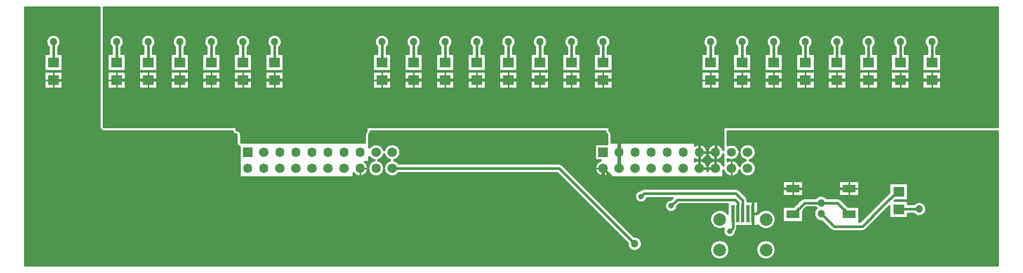
<source format=gtl>
%FSLAX42Y42*%
%MOMM*%
G71*
G01*
G75*
G04 Layer_Physical_Order=1*
%ADD10C,0.30*%
%ADD11R,0.50X2.80*%
%ADD12R,2.10X1.30*%
%ADD13R,1.80X1.60*%
%ADD14C,0.40*%
%ADD15C,0.60*%
%ADD16C,0.50*%
%ADD17C,0.25*%
%ADD18C,2.00*%
%ADD19R,1.50X1.50*%
%ADD20O,1.40X1.50*%
%ADD21C,1.50*%
%ADD22C,1.40*%
%ADD23C,1.20*%
%ADD24C,0.90*%
D10*
X3470Y-2070D02*
G03*
X3400Y-2000I-70J0D01*
G01*
X3470Y-2070D02*
G03*
X3400Y-2000I-70J0D01*
G01*
X3470Y-2070D02*
G03*
X3400Y-2000I-70J0D01*
G01*
X3470Y-2070D02*
G03*
X3400Y-2000I-70J0D01*
G01*
X3470Y-2070D02*
G03*
X3400Y-2000I-70J0D01*
G01*
X3470Y-2070D02*
G03*
X3400Y-2000I-70J0D01*
G01*
X5450Y-2021D02*
G03*
X5430Y-2070I50J-49D01*
G01*
X5450Y-2021D02*
G03*
X5430Y-2070I50J-49D01*
G01*
X5450Y-2021D02*
G03*
X5430Y-2070I50J-49D01*
G01*
X5450Y-2021D02*
G03*
X5430Y-2070I50J-49D01*
G01*
X5450Y-2021D02*
G03*
X5430Y-2070I50J-49D01*
G01*
X1615Y-600D02*
G03*
X1425Y-687I-115J0D01*
G01*
X1575D02*
G03*
X1615Y-600I-75J87D01*
G01*
X2075Y-687D02*
G03*
X2115Y-600I-75J87D01*
G01*
G03*
X1925Y-687I-115J0D01*
G01*
X2615Y-600D02*
G03*
X2425Y-687I-115J0D01*
G01*
X2575D02*
G03*
X2615Y-600I-75J87D01*
G01*
X3075Y-687D02*
G03*
X3115Y-600I-75J87D01*
G01*
G03*
X2925Y-687I-115J0D01*
G01*
X3615Y-600D02*
G03*
X3425Y-687I-115J0D01*
G01*
X3575D02*
G03*
X3615Y-600I-75J87D01*
G01*
X4115D02*
G03*
X3925Y-687I-115J0D01*
G01*
X4075D02*
G03*
X4115Y-600I-75J87D01*
G01*
X5815D02*
G03*
X5625Y-687I-115J0D01*
G01*
X5775D02*
G03*
X5815Y-600I-75J87D01*
G01*
X6315D02*
G03*
X6125Y-687I-115J0D01*
G01*
X6275D02*
G03*
X6315Y-600I-75J87D01*
G01*
X6815D02*
G03*
X6625Y-687I-115J0D01*
G01*
X6775D02*
G03*
X6815Y-600I-75J87D01*
G01*
X7315D02*
G03*
X7125Y-687I-115J0D01*
G01*
X7275D02*
G03*
X7315Y-600I-75J87D01*
G01*
X7815D02*
G03*
X7625Y-687I-115J0D01*
G01*
X7775D02*
G03*
X7815Y-600I-75J87D01*
G01*
X9330Y-2070D02*
G03*
X9300Y-2013I-70J0D01*
G01*
X9330Y-2070D02*
G03*
X9300Y-2013I-70J0D01*
G01*
X9330Y-2070D02*
G03*
X9300Y-2013I-70J0D01*
G01*
X9330Y-2070D02*
G03*
X9300Y-2013I-70J0D01*
G01*
X9330Y-2070D02*
G03*
X9300Y-2013I-70J0D01*
G01*
X9330Y-2070D02*
G03*
X9300Y-2013I-70J0D01*
G01*
X10697Y-2477D02*
G03*
X10650Y-2497I27J-127D01*
G01*
X10846Y-2650D02*
G03*
X10851Y-2632I-122J46D01*
G01*
G03*
X10856Y-2650I127J28D01*
G01*
X10851Y-2576D02*
G03*
X10751Y-2477I-127J-28D01*
G01*
X10650Y-2456D02*
G03*
X10697Y-2477I74J101D01*
G01*
X10751D02*
G03*
X10849Y-2355I-27J122D01*
G01*
X10951Y-2477D02*
G03*
X10851Y-2576I27J-127D01*
G01*
X11100Y-2559D02*
G03*
X11005Y-2477I-122J-45D01*
G01*
X10853Y-2355D02*
G03*
X10951Y-2477I125J0D01*
G01*
X11005D02*
G03*
X11100Y-2382I-27J122D01*
G01*
X10849Y-2345D02*
G03*
X10650Y-2244I-125J0D01*
G01*
X11100Y-2318D02*
G03*
X10853Y-2345I-122J-27D01*
G01*
X8315Y-600D02*
G03*
X8125Y-687I-115J0D01*
G01*
X8275D02*
G03*
X8315Y-600I-75J87D01*
G01*
X8815D02*
G03*
X8625Y-687I-115J0D01*
G01*
X8775D02*
G03*
X8815Y-600I-75J87D01*
G01*
X9315D02*
G03*
X9125Y-687I-115J0D01*
G01*
X9275D02*
G03*
X9315Y-600I-75J87D01*
G01*
X11015D02*
G03*
X10825Y-687I-115J0D01*
G01*
X10975D02*
G03*
X11015Y-600I-75J87D01*
G01*
X11515D02*
G03*
X11325Y-687I-115J0D01*
G01*
X11475D02*
G03*
X11515Y-600I-75J87D01*
G01*
X12015D02*
G03*
X11825Y-687I-115J0D01*
G01*
X11975D02*
G03*
X12015Y-600I-75J87D01*
G01*
X12515D02*
G03*
X12325Y-687I-115J0D01*
G01*
X12475D02*
G03*
X12515Y-600I-75J87D01*
G01*
X13015D02*
G03*
X12825Y-687I-115J0D01*
G01*
X12975D02*
G03*
X13015Y-600I-75J87D01*
G01*
X13515D02*
G03*
X13325Y-687I-115J0D01*
G01*
X13475D02*
G03*
X13515Y-600I-75J87D01*
G01*
X14015D02*
G03*
X13825Y-687I-115J0D01*
G01*
X13975D02*
G03*
X14015Y-600I-75J87D01*
G01*
X14515D02*
G03*
X14325Y-687I-115J0D01*
G01*
X14475D02*
G03*
X14515Y-600I-75J87D01*
G01*
X5250Y-2680D02*
G03*
X5478Y-2609I103J71D01*
G01*
X5482D02*
G03*
X5732Y-2618I125J0D01*
G01*
G03*
X5967Y-2679I129J14D01*
G01*
X9161Y-2480D02*
G03*
X9300Y-2687I39J-124D01*
G01*
X3400Y-2200D02*
G03*
X3445Y-2265I70J0D01*
G01*
X3400Y-2200D02*
G03*
X3445Y-2265I70J0D01*
G01*
X5478Y-2599D02*
G03*
X5429Y-2500I-125J0D01*
G01*
X1230Y-1950D02*
G03*
X1300Y-2020I70J0D01*
G01*
X1230Y-1950D02*
G03*
X1300Y-2020I70J0D01*
G01*
X1230Y-1950D02*
G03*
X1300Y-2020I70J0D01*
G01*
X3333D02*
G03*
X3400Y-2070I67J20D01*
G01*
X3333Y-2020D02*
G03*
X3400Y-2070I67J20D01*
G01*
X3333Y-2020D02*
G03*
X3400Y-2070I67J20D01*
G01*
X3333Y-2020D02*
G03*
X3400Y-2070I67J20D01*
G01*
X1230Y-1950D02*
G03*
X1300Y-2020I70J0D01*
G01*
X3333D02*
G03*
X3400Y-2070I67J20D01*
G01*
X3333Y-2020D02*
G03*
X3400Y-2070I67J20D01*
G01*
X3333Y-2020D02*
G03*
X3400Y-2070I67J20D01*
G01*
X5500D02*
G03*
X5520Y-2021I-50J49D01*
G01*
X5500Y-2070D02*
G03*
X5520Y-2021I-50J49D01*
G01*
X615Y-600D02*
G03*
X425Y-687I-115J0D01*
G01*
X575D02*
G03*
X615Y-600I-75J87D01*
G01*
X5580Y-2477D02*
G03*
X5482Y-2599I27J-122D01*
G01*
X5732Y-2590D02*
G03*
X5634Y-2477I-125J-9D01*
G01*
X5500Y-2424D02*
G03*
X5580Y-2477I107J74D01*
G01*
X5634D02*
G03*
X5734Y-2378I-27J127D01*
G01*
X5833Y-2477D02*
G03*
X5732Y-2590I28J-127D01*
G01*
X5734Y-2378D02*
G03*
X5833Y-2477I127J28D01*
G01*
X5500Y-2070D02*
G03*
X5520Y-2021I-50J49D01*
G01*
X5500Y-2070D02*
G03*
X5520Y-2021I-50J49D01*
G01*
X5500Y-2070D02*
G03*
X5520Y-2021I-50J49D01*
G01*
X5734Y-2322D02*
G03*
X5500Y-2276I-127J-28D01*
G01*
X5991Y-2350D02*
G03*
X5734Y-2322I-130J0D01*
G01*
X5967Y-2529D02*
G03*
X5889Y-2477I-106J-75D01*
G01*
X8557Y-2551D02*
G03*
X8504Y-2529I-53J-53D01*
G01*
X8557Y-2551D02*
G03*
X8504Y-2529I-53J-53D01*
G01*
X5889Y-2477D02*
G03*
X5991Y-2350I-28J127D01*
G01*
X9230Y-2020D02*
G03*
X9260Y-2070I70J7D01*
G01*
X9230Y-2020D02*
G03*
X9260Y-2070I70J7D01*
G01*
X9230Y-2020D02*
G03*
X9260Y-2070I70J7D01*
G01*
X9230Y-2020D02*
G03*
X9260Y-2070I70J7D01*
G01*
X9230Y-2020D02*
G03*
X9260Y-2070I70J7D01*
G01*
X9585Y-3791D02*
G03*
X9815Y-3800I115J-9D01*
G01*
G03*
X9691Y-3685I-115J0D01*
G01*
X11200Y-3895D02*
G03*
X11200Y-3895I-155J0D01*
G01*
X11110Y-3556D02*
G03*
X11300Y-3606I90J-44D01*
G01*
X11930Y-3895D02*
G03*
X11930Y-3895I-155J0D01*
G01*
X11303Y-3603D02*
G03*
X11325Y-3550I-53J53D01*
G01*
X11303Y-3603D02*
G03*
X11325Y-3550I-53J53D01*
G01*
X10269Y-3100D02*
G03*
X10375Y-3206I6J-100D01*
G01*
X11170Y-3323D02*
G03*
X11110Y-3556I-125J-92D01*
G01*
X11650Y-3507D02*
G03*
X11930Y-3415I125J92D01*
G01*
X12797Y-3578D02*
G03*
X12850Y-3600I53J53D01*
G01*
X12797Y-3578D02*
G03*
X12850Y-3600I53J53D01*
G01*
X13300D02*
G03*
X13353Y-3578I0J75D01*
G01*
X13300Y-3600D02*
G03*
X13353Y-3578I0J75D01*
G01*
X12575Y-3238D02*
G03*
X12659Y-3440I75J-88D01*
G01*
X11930Y-3415D02*
G03*
X11650Y-3323I-155J0D01*
G01*
X14113Y-3325D02*
G03*
X14315Y-3250I87J75D01*
G01*
X9850Y-2925D02*
G03*
X9797Y-2947I0J-75D01*
G01*
X9794Y-2950D02*
G03*
X9897Y-3075I6J-100D01*
G01*
X9850Y-2925D02*
G03*
X9797Y-2947I0J-75D01*
G01*
X11485Y-3110D02*
G03*
X11463Y-3057I-75J0D01*
G01*
X11485Y-3110D02*
G03*
X11463Y-3057I-75J0D01*
G01*
X11353Y-2947D02*
G03*
X11300Y-2925I-53J-53D01*
G01*
X11353Y-2947D02*
G03*
X11300Y-2925I-53J-53D01*
G01*
X11100Y-2649D02*
G03*
X11105Y-2632I-122J45D01*
G01*
G03*
X11359Y-2632I127J28D01*
G01*
Y-2576D02*
G03*
X11243Y-2474I-127J-28D01*
G01*
X9260Y-2200D02*
G03*
X9263Y-2220I70J0D01*
G01*
X9260Y-2200D02*
G03*
X9263Y-2220I70J0D01*
G01*
X9230Y-2020D02*
G03*
X9260Y-2070I70J7D01*
G01*
X9230Y-2020D02*
G03*
X9260Y-2070I70J7D01*
G01*
X11221Y-2474D02*
G03*
X11170Y-2490I11J-130D01*
G01*
Y-2459D02*
G03*
X11221Y-2474I62J109D01*
G01*
X11243D02*
G03*
X11356Y-2361I-11J124D01*
G01*
Y-2339D02*
G03*
X11170Y-2241I-124J-11D01*
G01*
X11458Y-2477D02*
G03*
X11359Y-2576I28J-127D01*
G01*
Y-2632D02*
G03*
X11616Y-2604I127J28D01*
G01*
G03*
X11514Y-2477I-130J0D01*
G01*
X11356Y-2361D02*
G03*
X11458Y-2477I130J11D01*
G01*
X11514D02*
G03*
X11616Y-2350I-28J127D01*
G01*
G03*
X11356Y-2339I-130J0D01*
G01*
X12385Y-3075D02*
G03*
X12332Y-3097I0J-75D01*
G01*
X12563Y-3225D02*
G03*
X12575Y-3238I87J75D01*
G01*
X12385Y-3075D02*
G03*
X12332Y-3097I0J-75D01*
G01*
X12737Y-3075D02*
G03*
X12563Y-3075I-87J-75D01*
G01*
X12958Y-3097D02*
G03*
X12905Y-3075I-53J-53D01*
G01*
X12958Y-3097D02*
G03*
X12905Y-3075I-53J-53D01*
G01*
X14315Y-3250D02*
G03*
X14113Y-3175I-115J0D01*
G01*
X1370Y-1950D02*
Y-1340D01*
X1400Y-1950D02*
Y-1340D01*
X1430Y-1950D02*
Y-1340D01*
X1460Y-1950D02*
Y-1340D01*
X1490Y-1950D02*
Y-1340D01*
X1520Y-1950D02*
Y-1340D01*
X1550Y-1950D02*
Y-1340D01*
X1580Y-1950D02*
Y-1340D01*
X1610Y-1950D02*
Y-1340D01*
X1640Y-1950D02*
Y-1340D01*
X1355D02*
X1645D01*
X1880Y-1950D02*
Y-1340D01*
X1910Y-1950D02*
Y-1340D01*
X1940Y-1950D02*
Y-1340D01*
X1970Y-1950D02*
Y-1340D01*
X2000Y-1950D02*
Y-1340D01*
X1300Y-1950D02*
X3333D01*
X1300D02*
X3333D01*
X2030D02*
Y-1340D01*
X1300Y-1950D02*
X3333D01*
X2060D02*
Y-1340D01*
X2090Y-1950D02*
Y-1340D01*
X2120Y-1950D02*
Y-1340D01*
X2360Y-1950D02*
Y-1340D01*
X2390Y-1950D02*
Y-1340D01*
X2420Y-1950D02*
Y-1340D01*
X2450Y-1950D02*
Y-1340D01*
X2480Y-1950D02*
Y-1340D01*
X2510Y-1950D02*
Y-1340D01*
X2540Y-1950D02*
Y-1340D01*
X2570Y-1950D02*
Y-1340D01*
X2600Y-1950D02*
Y-1340D01*
X2630Y-1950D02*
Y-1340D01*
X1300Y-1320D02*
X1355D01*
X1300Y-1290D02*
X1355D01*
X1300Y-1260D02*
X1355D01*
X1300Y-1230D02*
X1355D01*
X1645Y-1320D02*
X1855D01*
X1645Y-1290D02*
X1855D01*
X1645Y-1260D02*
X1855D01*
X1645Y-1230D02*
X1855D01*
X1300Y-1200D02*
X1355D01*
X1300Y-1170D02*
X1355D01*
X1300Y-1140D02*
X1355D01*
X1645Y-1200D02*
X1855D01*
X1645Y-1170D02*
X1855D01*
Y-1340D02*
X2145D01*
Y-1320D02*
X2355D01*
X2145Y-1290D02*
X2355D01*
Y-1340D02*
X2645D01*
Y-1320D02*
X2855D01*
X2145Y-1260D02*
X2355D01*
X2145Y-1230D02*
X2355D01*
X1645Y-1140D02*
X1855D01*
X2145Y-1200D02*
X2355D01*
X2145Y-1170D02*
X2355D01*
X2145Y-1140D02*
X2355D01*
X2870Y-1950D02*
Y-1340D01*
X3470Y-2200D02*
Y-2070D01*
X3400Y-2000D02*
Y-1950D01*
X2900D02*
Y-1340D01*
X2930Y-1950D02*
Y-1340D01*
X2960Y-1950D02*
Y-1340D01*
X2990Y-1950D02*
Y-1340D01*
X3410Y-2001D02*
Y-1340D01*
X3440Y-2013D02*
Y-1340D01*
X3020Y-1950D02*
Y-1340D01*
X3050Y-1950D02*
Y-1340D01*
X3500Y-2200D02*
Y-1340D01*
X3530Y-2200D02*
Y-1340D01*
X3470Y-2068D02*
Y-1340D01*
X3560Y-2200D02*
Y-1340D01*
X3590Y-2200D02*
Y-1340D01*
X3620Y-2200D02*
Y-1340D01*
X3860Y-2200D02*
Y-1340D01*
X3890Y-2200D02*
Y-1340D01*
X3920Y-2200D02*
Y-1340D01*
X3950Y-2200D02*
Y-1340D01*
X3980Y-2200D02*
Y-1340D01*
X4010Y-2200D02*
Y-1340D01*
X4040Y-2200D02*
Y-1340D01*
X4070Y-2200D02*
Y-1340D01*
X4100Y-2200D02*
Y-1340D01*
X4130Y-2200D02*
Y-1340D01*
X3080Y-1950D02*
Y-1340D01*
X2855D02*
X3145D01*
X2645Y-1290D02*
X2855D01*
X2645Y-1260D02*
X2855D01*
X3110Y-1950D02*
Y-1340D01*
X3140Y-1950D02*
Y-1340D01*
X3145Y-1320D02*
X3355D01*
X3145Y-1290D02*
X3355D01*
X2645Y-1230D02*
X2855D01*
X2645Y-1200D02*
X2855D01*
X2645Y-1170D02*
X2855D01*
X3145Y-1260D02*
X3355D01*
X3145Y-1230D02*
X3355D01*
X3380Y-1950D02*
Y-1340D01*
X3333Y-1950D02*
X3400D01*
X3355Y-1340D02*
X3645D01*
Y-1320D02*
X3855D01*
X3645Y-1290D02*
X3855D01*
X3645Y-1260D02*
X3855D01*
X3645Y-1230D02*
X3855D01*
X3145Y-1200D02*
X3355D01*
X3145Y-1170D02*
X3355D01*
X3645Y-1200D02*
X3855D01*
X3645Y-1170D02*
X3855D01*
X1300Y-1950D02*
Y-55D01*
X1310Y-1950D02*
Y-55D01*
X1300Y-1110D02*
X1355D01*
X1300Y-1080D02*
X1355D01*
Y-1340D02*
Y-1070D01*
X1645Y-1340D02*
Y-1070D01*
X1855Y-1340D02*
Y-1070D01*
X1340Y-1950D02*
Y-55D01*
X1670Y-1950D02*
Y-55D01*
X1700Y-1950D02*
Y-55D01*
X1730Y-1950D02*
Y-55D01*
X1760Y-1950D02*
Y-55D01*
X1790Y-1950D02*
Y-55D01*
X1820Y-1950D02*
Y-55D01*
X1850Y-1950D02*
Y-55D01*
X1645Y-1110D02*
X1855D01*
X1645Y-1080D02*
X1855D01*
X2145Y-1110D02*
X2355D01*
X2645Y-1140D02*
X2855D01*
X2145Y-1080D02*
X2355D01*
X2645Y-1110D02*
X2855D01*
X2150Y-1950D02*
Y-55D01*
X2180Y-1950D02*
Y-55D01*
X2145Y-1340D02*
Y-1070D01*
X2210Y-1950D02*
Y-55D01*
X2240Y-1950D02*
Y-55D01*
X2270Y-1950D02*
Y-55D01*
X2300Y-1950D02*
Y-55D01*
X2355Y-1340D02*
Y-1070D01*
X2330Y-1950D02*
Y-55D01*
X1370Y-1070D02*
Y-1060D01*
X1355Y-1070D02*
X1645D01*
X1400D02*
Y-1060D01*
X1430Y-1070D02*
Y-1060D01*
X1460Y-1070D02*
Y-1060D01*
X1490Y-1070D02*
Y-1060D01*
X1520Y-1070D02*
Y-1060D01*
X1550Y-1070D02*
Y-1060D01*
X1580Y-1070D02*
Y-1060D01*
X1610Y-1070D02*
Y-1060D01*
X1640Y-1070D02*
Y-1060D01*
X1880Y-1070D02*
Y-1060D01*
X1910Y-1070D02*
Y-1060D01*
X1940Y-1070D02*
Y-1060D01*
X1970Y-1070D02*
Y-1060D01*
X2000Y-1070D02*
Y-1060D01*
X2030Y-1070D02*
Y-1060D01*
X1855Y-1070D02*
X2145D01*
X2060D02*
Y-1060D01*
X2090Y-1070D02*
Y-1060D01*
X2120Y-1070D02*
Y-1060D01*
X2645Y-1080D02*
X2855D01*
X2360Y-1070D02*
Y-1060D01*
X2355Y-1070D02*
X2645D01*
X2390D02*
Y-1060D01*
X2420Y-1070D02*
Y-1060D01*
X2450Y-1070D02*
Y-1060D01*
X2480Y-1070D02*
Y-1060D01*
X2510Y-1070D02*
Y-1060D01*
X2540Y-1070D02*
Y-1060D01*
X2570Y-1070D02*
Y-1060D01*
X2600Y-1070D02*
Y-1060D01*
X2630Y-1070D02*
Y-1060D01*
X2660Y-1950D02*
Y-55D01*
X2690Y-1950D02*
Y-55D01*
X2645Y-1340D02*
Y-1070D01*
X2720Y-1950D02*
Y-55D01*
X2750Y-1950D02*
Y-55D01*
X2855Y-1340D02*
Y-1070D01*
X3145Y-1340D02*
Y-1070D01*
X2780Y-1950D02*
Y-55D01*
X2810Y-1950D02*
Y-55D01*
X2840Y-1950D02*
Y-55D01*
X3170Y-1950D02*
Y-55D01*
X3200Y-1950D02*
Y-55D01*
X3230Y-1950D02*
Y-55D01*
X3260Y-1950D02*
Y-55D01*
X3290Y-1950D02*
Y-55D01*
X3355Y-1340D02*
Y-1070D01*
X3145Y-1140D02*
X3355D01*
X3145Y-1110D02*
X3355D01*
X3645Y-1340D02*
Y-1070D01*
X3855Y-1340D02*
Y-1070D01*
X3645Y-1140D02*
X3855D01*
X3650Y-2200D02*
Y-55D01*
X3680Y-2200D02*
Y-55D01*
X3320Y-1950D02*
Y-55D01*
X3350Y-1950D02*
Y-55D01*
X3710Y-2200D02*
Y-55D01*
X3740Y-2200D02*
Y-55D01*
X3770Y-2200D02*
Y-55D01*
X3800Y-2200D02*
Y-55D01*
X3830Y-2200D02*
Y-55D01*
X2870Y-1070D02*
Y-1060D01*
X2855Y-1070D02*
X3145D01*
X2900D02*
Y-1060D01*
X2930Y-1070D02*
Y-1060D01*
X2960Y-1070D02*
Y-1060D01*
X3145Y-1080D02*
X3355D01*
X2990Y-1070D02*
Y-1060D01*
X3020Y-1070D02*
Y-1060D01*
X3050Y-1070D02*
Y-1060D01*
X3080Y-1070D02*
Y-1060D01*
X3110Y-1070D02*
Y-1060D01*
X3140Y-1070D02*
Y-1060D01*
X3380Y-1070D02*
Y-1060D01*
X3410Y-1070D02*
Y-1060D01*
X3440Y-1070D02*
Y-1060D01*
X3470Y-1070D02*
Y-1060D01*
X3500Y-1070D02*
Y-1060D01*
X3355Y-1070D02*
X3645D01*
X3530D02*
Y-1060D01*
X3560Y-1070D02*
Y-1060D01*
X3645Y-1110D02*
X3855D01*
X3645Y-1080D02*
X3855D01*
X3590Y-1070D02*
Y-1060D01*
X3620Y-1070D02*
Y-1060D01*
X3860Y-1070D02*
Y-1060D01*
X3890Y-1070D02*
Y-1060D01*
X3920Y-1070D02*
Y-1060D01*
X3950Y-1070D02*
Y-1060D01*
X3980Y-1070D02*
Y-1060D01*
X4010Y-1070D02*
Y-1060D01*
X4040Y-1070D02*
Y-1060D01*
X4070Y-1070D02*
Y-1060D01*
X4100Y-1070D02*
Y-1060D01*
X3470Y-2200D02*
X5430D01*
X3470Y-2190D02*
X5430D01*
X3470Y-2160D02*
X5430D01*
X3463Y-2040D02*
X5437D01*
X5430Y-2200D02*
Y-2070D01*
X3470Y-2130D02*
X5430D01*
X3470Y-2100D02*
X5430D01*
X3470Y-2070D02*
X5430D01*
X3436Y-2010D02*
X5450D01*
X3400Y-1980D02*
X5450D01*
Y-2020D02*
Y-1950D01*
X3400Y-1950D02*
X5450D01*
Y-1950D02*
X5520D01*
X1300Y-1920D02*
X15445D01*
X1300Y-1890D02*
X15445D01*
X5520Y-1950D02*
X9230D01*
X5520D02*
X9230D01*
X5570D02*
Y-1340D01*
X5520Y-1950D02*
X9230D01*
X5600D02*
Y-1340D01*
X5630Y-1950D02*
Y-1340D01*
X5660Y-1950D02*
Y-1340D01*
X5690Y-1950D02*
Y-1340D01*
X5720Y-1950D02*
Y-1340D01*
X5750Y-1950D02*
Y-1340D01*
X5780Y-1950D02*
Y-1340D01*
X5810Y-1950D02*
Y-1340D01*
X5840Y-1950D02*
Y-1340D01*
X3855D02*
X4145D01*
X1300Y-1860D02*
X15445D01*
X4145Y-1320D02*
X5555D01*
X4145Y-1290D02*
X5555D01*
Y-1340D02*
X5845D01*
X6055D02*
X6345D01*
X5845Y-1320D02*
X6055D01*
X5845Y-1290D02*
X6055D01*
X4145Y-1260D02*
X5555D01*
X4145Y-1230D02*
X5555D01*
X5845Y-1260D02*
X6055D01*
X5845Y-1230D02*
X6055D01*
X1300Y-1830D02*
X15445D01*
X1300Y-1800D02*
X15445D01*
X1300Y-1770D02*
X15445D01*
X1300Y-1740D02*
X15445D01*
X1300Y-1710D02*
X15445D01*
X1300Y-1680D02*
X15445D01*
X1300Y-1650D02*
X15445D01*
X1300Y-1620D02*
X15445D01*
X1300Y-1590D02*
X15445D01*
X1300Y-1560D02*
X15445D01*
X1300Y-1530D02*
X15445D01*
X1300Y-1500D02*
X15445D01*
X1300Y-1470D02*
X15445D01*
X1300Y-1440D02*
X15445D01*
X1300Y-1410D02*
X15445D01*
X1300Y-1380D02*
X15445D01*
X1300Y-1350D02*
X15445D01*
X6080Y-1950D02*
Y-1340D01*
X6110Y-1950D02*
Y-1340D01*
X6140Y-1950D02*
Y-1340D01*
X6170Y-1950D02*
Y-1340D01*
X6200Y-1950D02*
Y-1340D01*
X6230Y-1950D02*
Y-1340D01*
X6260Y-1950D02*
Y-1340D01*
X6290Y-1950D02*
Y-1340D01*
X6320Y-1950D02*
Y-1340D01*
X6560Y-1950D02*
Y-1340D01*
X6590Y-1950D02*
Y-1340D01*
X6620Y-1950D02*
Y-1340D01*
X6650Y-1950D02*
Y-1340D01*
X6680Y-1950D02*
Y-1340D01*
X6710Y-1950D02*
Y-1340D01*
X6740Y-1950D02*
Y-1340D01*
X6770Y-1950D02*
Y-1340D01*
X6800Y-1950D02*
Y-1340D01*
X6830Y-1950D02*
Y-1340D01*
X7070Y-1950D02*
Y-1340D01*
X7100Y-1950D02*
Y-1340D01*
X7130Y-1950D02*
Y-1340D01*
X7160Y-1950D02*
Y-1340D01*
X7190Y-1950D02*
Y-1340D01*
X7220Y-1950D02*
Y-1340D01*
X7250Y-1950D02*
Y-1340D01*
X7280Y-1950D02*
Y-1340D01*
X7310Y-1950D02*
Y-1340D01*
X7340Y-1950D02*
Y-1340D01*
X7580Y-1950D02*
Y-1340D01*
X7610Y-1950D02*
Y-1340D01*
X7640Y-1950D02*
Y-1340D01*
X7670Y-1950D02*
Y-1340D01*
X6345Y-1320D02*
X6555D01*
X6345Y-1290D02*
X6555D01*
X6345Y-1260D02*
X6555D01*
X6345Y-1230D02*
X6555D01*
Y-1340D02*
X6845D01*
Y-1320D02*
X7055D01*
X6845Y-1290D02*
X7055D01*
X6845Y-1260D02*
X7055D01*
X6845Y-1230D02*
X7055D01*
Y-1340D02*
X7345D01*
X7700Y-1950D02*
Y-1340D01*
X7345Y-1320D02*
X7555D01*
Y-1340D02*
X7845D01*
X7730Y-1950D02*
Y-1340D01*
X7760Y-1950D02*
Y-1340D01*
X7790Y-1950D02*
Y-1340D01*
X7820Y-1950D02*
Y-1340D01*
X7345Y-1290D02*
X7555D01*
X7345Y-1260D02*
X7555D01*
X7345Y-1230D02*
X7555D01*
X7845Y-1320D02*
X8055D01*
X7845Y-1290D02*
X8055D01*
X7845Y-1260D02*
X8055D01*
X7845Y-1230D02*
X8055D01*
X4160Y-2200D02*
Y-55D01*
X4190Y-2200D02*
Y-55D01*
X4220Y-2200D02*
Y-55D01*
X4250Y-2200D02*
Y-55D01*
X4280Y-2200D02*
Y-55D01*
X4310Y-2200D02*
Y-55D01*
X4340Y-2200D02*
Y-55D01*
X4370Y-2200D02*
Y-55D01*
X4400Y-2200D02*
Y-55D01*
X4430Y-2200D02*
Y-55D01*
X4460Y-2200D02*
Y-55D01*
X4490Y-2200D02*
Y-55D01*
X4520Y-2200D02*
Y-55D01*
X4550Y-2200D02*
Y-55D01*
X4580Y-2200D02*
Y-55D01*
X4610Y-2200D02*
Y-55D01*
X4640Y-2200D02*
Y-55D01*
X4670Y-2200D02*
Y-55D01*
X4700Y-2200D02*
Y-55D01*
X4730Y-2200D02*
Y-55D01*
X4760Y-2200D02*
Y-55D01*
X4790Y-2200D02*
Y-55D01*
X4820Y-2200D02*
Y-55D01*
X4850Y-2200D02*
Y-55D01*
X4880Y-2200D02*
Y-55D01*
X4910Y-2200D02*
Y-55D01*
X4940Y-2200D02*
Y-55D01*
X4970Y-2200D02*
Y-55D01*
X5000Y-2200D02*
Y-55D01*
X5030Y-2200D02*
Y-55D01*
X5060Y-2200D02*
Y-55D01*
X5090Y-2200D02*
Y-55D01*
X5120Y-2200D02*
Y-55D01*
X4145Y-1340D02*
Y-1070D01*
X5150Y-2200D02*
Y-55D01*
X4130Y-1070D02*
Y-1060D01*
X3855Y-1070D02*
X4145D01*
X5180Y-2200D02*
Y-55D01*
X5210Y-2200D02*
Y-55D01*
X5240Y-2200D02*
Y-55D01*
X5270Y-2200D02*
Y-55D01*
X5300Y-2200D02*
Y-55D01*
X5330Y-2200D02*
Y-55D01*
X5360Y-2200D02*
Y-55D01*
X5390Y-2200D02*
Y-55D01*
X5420Y-2200D02*
Y-55D01*
X5450Y-2021D02*
Y-55D01*
X5480Y-1950D02*
Y-55D01*
X5510Y-1950D02*
Y-55D01*
X4145Y-1200D02*
X5555D01*
X4145Y-1170D02*
X5555D01*
X4145Y-1140D02*
X5555D01*
X4145Y-1110D02*
X5555D01*
X5845Y-1200D02*
X6055D01*
X5845Y-1170D02*
X6055D01*
X5845Y-1140D02*
X6055D01*
X5845Y-1110D02*
X6055D01*
X5540Y-1950D02*
Y-55D01*
X5555Y-1340D02*
Y-1070D01*
X4145Y-1080D02*
X5555D01*
Y-1070D02*
X5845D01*
Y-1340D02*
Y-1070D01*
X5870Y-1950D02*
Y-55D01*
X5570Y-1070D02*
Y-1060D01*
X5845Y-1080D02*
X6055D01*
X5900Y-1950D02*
Y-55D01*
X5930Y-1950D02*
Y-55D01*
X5960Y-1950D02*
Y-55D01*
X5990Y-1950D02*
Y-55D01*
X6020Y-1950D02*
Y-55D01*
X6050Y-1950D02*
Y-55D01*
X6350Y-1950D02*
Y-55D01*
X6380Y-1950D02*
Y-55D01*
X6410Y-1950D02*
Y-55D01*
X6440Y-1950D02*
Y-55D01*
X6470Y-1950D02*
Y-55D01*
X6500Y-1950D02*
Y-55D01*
X6530Y-1950D02*
Y-55D01*
X6860Y-1950D02*
Y-55D01*
X6890Y-1950D02*
Y-55D01*
X6920Y-1950D02*
Y-55D01*
X6950Y-1950D02*
Y-55D01*
X6980Y-1950D02*
Y-55D01*
X7010Y-1950D02*
Y-55D01*
X7040Y-1950D02*
Y-55D01*
X7370Y-1950D02*
Y-55D01*
X7400Y-1950D02*
Y-55D01*
X7430Y-1950D02*
Y-55D01*
X7460Y-1950D02*
Y-55D01*
X7490Y-1950D02*
Y-55D01*
X7520Y-1950D02*
Y-55D01*
X7550Y-1950D02*
Y-55D01*
X7850Y-1950D02*
Y-55D01*
X7880Y-1950D02*
Y-55D01*
X7910Y-1950D02*
Y-55D01*
X7940Y-1950D02*
Y-55D01*
X7970Y-1950D02*
Y-55D01*
X8000Y-1950D02*
Y-55D01*
X6345Y-1200D02*
X6555D01*
X6345Y-1170D02*
X6555D01*
X6345Y-1140D02*
X6555D01*
X6345Y-1110D02*
X6555D01*
X6845Y-1200D02*
X7055D01*
X6845Y-1170D02*
X7055D01*
X6845Y-1140D02*
X7055D01*
X6845Y-1110D02*
X7055D01*
X6055Y-1340D02*
Y-1070D01*
X6345Y-1340D02*
Y-1070D01*
Y-1080D02*
X6555D01*
Y-1340D02*
Y-1070D01*
X6845Y-1340D02*
Y-1070D01*
Y-1080D02*
X7055D01*
Y-1340D02*
Y-1070D01*
X7345Y-1200D02*
X7555D01*
X7345Y-1170D02*
X7555D01*
X7345Y-1140D02*
X7555D01*
X7845Y-1200D02*
X8055D01*
X7845Y-1170D02*
X8055D01*
X7845Y-1140D02*
X8055D01*
X7345Y-1340D02*
Y-1070D01*
Y-1110D02*
X7555D01*
X7345Y-1080D02*
X7555D01*
Y-1340D02*
Y-1070D01*
X7845Y-1340D02*
Y-1070D01*
Y-1110D02*
X8055D01*
X7845Y-1080D02*
X8055D01*
X1300Y-1050D02*
X1355D01*
X1300Y-1020D02*
X1355D01*
X1300Y-990D02*
X1355D01*
X1300Y-960D02*
X1355D01*
Y-1060D02*
X1645D01*
Y-1050D02*
X1855D01*
X1645Y-1020D02*
X1855D01*
X1645Y-990D02*
X1855D01*
X1300Y-930D02*
X1355D01*
X1300Y-900D02*
X1355D01*
X1300Y-870D02*
X1355D01*
X1300Y-840D02*
X1355D01*
Y-1060D02*
Y-790D01*
X1645Y-1060D02*
Y-790D01*
X1855Y-1060D02*
Y-790D01*
X1645Y-960D02*
X1855D01*
Y-1060D02*
X2145D01*
Y-1050D02*
X2355D01*
X1645Y-930D02*
X1855D01*
X2145Y-1020D02*
X2355D01*
Y-1060D02*
X2645D01*
Y-1050D02*
X2855D01*
X2145Y-990D02*
X2355D01*
X2145Y-960D02*
X2355D01*
X1645Y-900D02*
X1855D01*
X2145Y-930D02*
X2355D01*
X1645Y-870D02*
X1855D01*
X1645Y-840D02*
X1855D01*
X2145Y-1060D02*
Y-790D01*
X2355Y-1060D02*
Y-790D01*
X2145Y-900D02*
X2355D01*
X2145Y-870D02*
X2355D01*
X2145Y-840D02*
X2355D01*
X1300Y-810D02*
X1355D01*
Y-790D02*
X1425D01*
X1300Y-780D02*
X1425D01*
X1300Y-750D02*
X1425D01*
X1575Y-790D02*
X1645D01*
Y-810D02*
X1855D01*
Y-790D02*
X1925D01*
X1575Y-780D02*
X1925D01*
X1425Y-790D02*
Y-687D01*
X1575Y-750D02*
X1925D01*
X1300Y-720D02*
X1425D01*
X1300Y-690D02*
X1425D01*
X1575Y-790D02*
Y-687D01*
X1580Y-790D02*
Y-683D01*
X1925Y-790D02*
Y-687D01*
X1575Y-720D02*
X1925D01*
X2075Y-790D02*
X2145D01*
Y-810D02*
X2355D01*
X2075Y-780D02*
X2425D01*
X2075Y-750D02*
X2425D01*
X2355Y-790D02*
X2425D01*
X2575D02*
X2645D01*
X2575Y-780D02*
X2925D01*
X2575Y-750D02*
X2925D01*
X2075Y-790D02*
Y-687D01*
Y-720D02*
X2425D01*
X1575Y-690D02*
X1925D01*
X2075D02*
X2425D01*
X2420Y-790D02*
Y-683D01*
X2425Y-790D02*
Y-687D01*
X2575Y-790D02*
Y-687D01*
Y-720D02*
X2925D01*
X2575Y-690D02*
X2925D01*
X2645Y-1020D02*
X2855D01*
Y-1060D02*
X3145D01*
X2645Y-990D02*
X2855D01*
X2645Y-960D02*
X2855D01*
X3145Y-1050D02*
X3355D01*
X3145Y-1020D02*
X3355D01*
X3145Y-990D02*
X3355D01*
X3145Y-960D02*
X3355D01*
X2645Y-1060D02*
Y-790D01*
X2855Y-1060D02*
Y-790D01*
X2645Y-930D02*
X2855D01*
X2645Y-900D02*
X2855D01*
X3145Y-1060D02*
Y-790D01*
X3355Y-1060D02*
Y-790D01*
X3145Y-930D02*
X3355D01*
X3145Y-900D02*
X3355D01*
Y-1060D02*
X3645D01*
Y-1050D02*
X3855D01*
X3645Y-1020D02*
X3855D01*
X3645Y-990D02*
X3855D01*
Y-1060D02*
X4145D01*
X5600Y-1070D02*
Y-1060D01*
X4145Y-1050D02*
X5555D01*
X4145Y-1020D02*
X5555D01*
X3645Y-1060D02*
Y-790D01*
X3855Y-1060D02*
Y-790D01*
X3645Y-960D02*
X3855D01*
X3645Y-930D02*
X3855D01*
X4145Y-1060D02*
Y-790D01*
X5555Y-1060D02*
Y-790D01*
X4145Y-990D02*
X5555D01*
X4145Y-960D02*
X5555D01*
X4145Y-930D02*
X5555D01*
X2645Y-870D02*
X2855D01*
X2645Y-840D02*
X2855D01*
X2645Y-810D02*
X2855D01*
Y-790D02*
X2925D01*
X3145Y-870D02*
X3355D01*
X3145Y-840D02*
X3355D01*
X3075Y-790D02*
X3145D01*
Y-810D02*
X3355D01*
X2925Y-790D02*
Y-687D01*
X3075Y-780D02*
X3425D01*
X3075Y-750D02*
X3425D01*
X3075Y-720D02*
X3425D01*
X3075Y-790D02*
Y-687D01*
X3080Y-790D02*
Y-683D01*
X3355Y-790D02*
X3425D01*
Y-687D01*
X3645Y-900D02*
X3855D01*
X3645Y-870D02*
X3855D01*
X3645Y-840D02*
X3855D01*
X3645Y-810D02*
X3855D01*
X4145Y-900D02*
X5555D01*
X4145Y-870D02*
X5555D01*
X4145Y-840D02*
X5555D01*
X4145Y-810D02*
X5555D01*
X3575Y-790D02*
X3645D01*
X3575Y-780D02*
X3925D01*
X3075Y-690D02*
X3425D01*
X3575Y-750D02*
X3925D01*
X3855Y-790D02*
X3925D01*
X4075D02*
X4145D01*
X3575Y-720D02*
X3925D01*
X5555Y-790D02*
X5625D01*
X4075Y-780D02*
X5625D01*
X1400Y-790D02*
Y-657D01*
X1300Y-660D02*
X1402D01*
X1300Y-600D02*
X1385D01*
X1300Y-630D02*
X1389D01*
X1610Y-790D02*
Y-634D01*
X1910Y-790D02*
Y-672D01*
X1611Y-630D02*
X1889D01*
X1598Y-660D02*
X1902D01*
X1370Y-790D02*
Y-55D01*
X1300Y-570D02*
X1389D01*
X1640Y-790D02*
Y-55D01*
X1880Y-790D02*
Y-55D01*
X1615Y-600D02*
X1885D01*
X1611Y-570D02*
X1889D01*
X2090Y-790D02*
Y-672D01*
X2111Y-630D02*
X2389D01*
X2098Y-660D02*
X2402D01*
X2390Y-790D02*
Y-633D01*
X2600Y-790D02*
Y-657D01*
X2611Y-630D02*
X2889D01*
X2598Y-660D02*
X2902D01*
X2120Y-790D02*
Y-55D01*
X2360Y-790D02*
Y-55D01*
X2115Y-600D02*
X2385D01*
X2630Y-790D02*
Y-55D01*
X2870Y-790D02*
Y-55D01*
X2615Y-600D02*
X2885D01*
X1300Y-540D02*
X1402D01*
X1400Y-543D02*
Y-55D01*
X1300Y-510D02*
X1428D01*
X1430Y-509D02*
Y-55D01*
X1598Y-540D02*
X1902D01*
X1572Y-510D02*
X1928D01*
X1460Y-492D02*
Y-55D01*
X1490Y-485D02*
Y-55D01*
X1580Y-517D02*
Y-55D01*
X1610Y-566D02*
Y-55D01*
X1520Y-487D02*
Y-55D01*
X1550Y-496D02*
Y-55D01*
X1910Y-528D02*
Y-55D01*
X1940Y-502D02*
Y-55D01*
X1970Y-489D02*
Y-55D01*
X2000Y-485D02*
Y-55D01*
X2098Y-540D02*
X2402D01*
X2072Y-510D02*
X2428D01*
X2030Y-489D02*
Y-55D01*
X2060Y-502D02*
Y-55D01*
X2111Y-570D02*
X2389D01*
X2611D02*
X2889D01*
X2598Y-540D02*
X2902D01*
X2572Y-510D02*
X2928D01*
X2090Y-528D02*
Y-55D01*
X2390Y-567D02*
Y-55D01*
X2420Y-517D02*
Y-55D01*
X2450Y-496D02*
Y-55D01*
X2570Y-509D02*
Y-55D01*
X2600Y-543D02*
Y-55D01*
X2480Y-487D02*
Y-55D01*
X2510Y-485D02*
Y-55D01*
X2540Y-492D02*
Y-55D01*
X2900Y-790D02*
Y-657D01*
X3110Y-790D02*
Y-634D01*
X3098Y-660D02*
X3402D01*
X3410Y-790D02*
Y-672D01*
X3575Y-790D02*
Y-687D01*
X3111Y-630D02*
X3389D01*
X3590Y-790D02*
Y-672D01*
X3140Y-790D02*
Y-55D01*
X3380Y-790D02*
Y-55D01*
X3115Y-600D02*
X3385D01*
X3620Y-790D02*
Y-55D01*
X3860Y-790D02*
Y-55D01*
X3920Y-790D02*
Y-683D01*
X3925Y-790D02*
Y-687D01*
X3598Y-660D02*
X3902D01*
X3575Y-690D02*
X3925D01*
X4075Y-790D02*
Y-687D01*
X4100Y-790D02*
Y-657D01*
X4098Y-660D02*
X5602D01*
X5625Y-790D02*
Y-687D01*
X3890Y-790D02*
Y-633D01*
X3615Y-600D02*
X3885D01*
X3611Y-630D02*
X3889D01*
X4130Y-790D02*
Y-55D01*
X5570Y-790D02*
Y-55D01*
X5600Y-790D02*
Y-657D01*
X4111Y-630D02*
X5589D01*
X2900Y-543D02*
Y-55D01*
X2930Y-509D02*
Y-55D01*
X2960Y-492D02*
Y-55D01*
X2990Y-485D02*
Y-55D01*
X3111Y-570D02*
X3389D01*
X3098Y-540D02*
X3402D01*
X3020Y-487D02*
Y-55D01*
X3072Y-510D02*
X3428D01*
X3110Y-566D02*
Y-55D01*
X3410Y-528D02*
Y-55D01*
X3050Y-496D02*
Y-55D01*
X3080Y-517D02*
Y-55D01*
X3440Y-502D02*
Y-55D01*
X3470Y-489D02*
Y-55D01*
X3500Y-485D02*
Y-55D01*
X3530Y-489D02*
Y-55D01*
X3590Y-528D02*
Y-55D01*
X3598Y-540D02*
X3902D01*
X3560Y-502D02*
Y-55D01*
X3572Y-510D02*
X3928D01*
X3611Y-570D02*
X3889D01*
X4115Y-600D02*
X5585D01*
X4111Y-570D02*
X5589D01*
X4098Y-540D02*
X5602D01*
X3890Y-567D02*
Y-55D01*
X3920Y-517D02*
Y-55D01*
X3950Y-496D02*
Y-55D01*
X3980Y-487D02*
Y-55D01*
X4100Y-543D02*
Y-55D01*
X5600Y-543D02*
Y-55D01*
X4010Y-485D02*
Y-55D01*
X4040Y-492D02*
Y-55D01*
X4070Y-509D02*
Y-55D01*
X5630Y-1070D02*
Y-1060D01*
X5660Y-1070D02*
Y-1060D01*
X5690Y-1070D02*
Y-1060D01*
X5720Y-1070D02*
Y-1060D01*
X5750Y-1070D02*
Y-1060D01*
X5780Y-1070D02*
Y-1060D01*
X5810Y-1070D02*
Y-1060D01*
X5840Y-1070D02*
Y-1060D01*
X5555D02*
X5845D01*
X6080Y-1070D02*
Y-1060D01*
X5845D02*
Y-790D01*
X6055Y-1060D02*
Y-790D01*
X6110Y-1070D02*
Y-1060D01*
X6140Y-1070D02*
Y-1060D01*
X6170Y-1070D02*
Y-1060D01*
X6200Y-1070D02*
Y-1060D01*
X6230Y-1070D02*
Y-1060D01*
X6055Y-1070D02*
X6345D01*
X6260D02*
Y-1060D01*
X6055D02*
X6345D01*
X6290Y-1070D02*
Y-1060D01*
X6320Y-1070D02*
Y-1060D01*
X6560Y-1070D02*
Y-1060D01*
X6555Y-1070D02*
X6845D01*
X6590D02*
Y-1060D01*
X6620Y-1070D02*
Y-1060D01*
X6345D02*
Y-790D01*
X6555Y-1060D02*
X6845D01*
X6650Y-1070D02*
Y-1060D01*
X6680Y-1070D02*
Y-1060D01*
X6710Y-1070D02*
Y-1060D01*
X6740Y-1070D02*
Y-1060D01*
X6770Y-1070D02*
Y-1060D01*
X5845Y-1050D02*
X6055D01*
X5845Y-1020D02*
X6055D01*
X5845Y-990D02*
X6055D01*
X5845Y-960D02*
X6055D01*
X5845Y-930D02*
X6055D01*
X5845Y-900D02*
X6055D01*
X5845Y-870D02*
X6055D01*
X5845Y-840D02*
X6055D01*
X5775Y-790D02*
X5845D01*
X5775Y-780D02*
X6125D01*
X4075Y-750D02*
X5625D01*
X4075Y-720D02*
X5625D01*
X5845Y-810D02*
X6055D01*
Y-790D02*
X6125D01*
X5775Y-750D02*
X6125D01*
X5775Y-720D02*
X6125D01*
X6345Y-1050D02*
X6555D01*
X6345Y-1020D02*
X6555D01*
X6345Y-990D02*
X6555D01*
X6345Y-960D02*
X6555D01*
X6345Y-930D02*
X6555D01*
X6345Y-900D02*
X6555D01*
X6345Y-870D02*
X6555D01*
X6345Y-840D02*
X6555D01*
X6275Y-790D02*
X6345D01*
X6275Y-780D02*
X6625D01*
X6275Y-750D02*
X6625D01*
X6275Y-720D02*
X6625D01*
X6555Y-1060D02*
Y-790D01*
X6345Y-810D02*
X6555D01*
Y-790D02*
X6625D01*
X6775D02*
X6845D01*
X6775Y-780D02*
X7125D01*
X6800Y-1070D02*
Y-1060D01*
X6830Y-1070D02*
Y-1060D01*
X7070Y-1070D02*
Y-1060D01*
X7055Y-1070D02*
X7345D01*
X7100D02*
Y-1060D01*
X7130Y-1070D02*
Y-1060D01*
X7160Y-1070D02*
Y-1060D01*
X7190Y-1070D02*
Y-1060D01*
X6845D02*
Y-790D01*
X7220Y-1070D02*
Y-1060D01*
X7055D02*
Y-790D01*
X6845Y-1050D02*
X7055D01*
X7250Y-1070D02*
Y-1060D01*
X7280Y-1070D02*
Y-1060D01*
X7310Y-1070D02*
Y-1060D01*
X7340Y-1070D02*
Y-1060D01*
X7580Y-1070D02*
Y-1060D01*
X7555Y-1070D02*
X7845D01*
X7055Y-1060D02*
X7345D01*
X7610Y-1070D02*
Y-1060D01*
X7640Y-1070D02*
Y-1060D01*
X7670Y-1070D02*
Y-1060D01*
X7700Y-1070D02*
Y-1060D01*
X7730Y-1070D02*
Y-1060D01*
X7345D02*
Y-790D01*
X7555Y-1060D02*
X7845D01*
X7555D02*
Y-790D01*
X7345Y-1050D02*
X7555D01*
X7760Y-1070D02*
Y-1060D01*
X7790Y-1070D02*
Y-1060D01*
X7820Y-1070D02*
Y-1060D01*
X7845Y-1050D02*
X8055D01*
X7845Y-1060D02*
Y-790D01*
X6845Y-1020D02*
X7055D01*
X6845Y-990D02*
X7055D01*
X6845Y-960D02*
X7055D01*
X6845Y-930D02*
X7055D01*
X7345Y-1020D02*
X7555D01*
X7345Y-990D02*
X7555D01*
X7345Y-960D02*
X7555D01*
X7345Y-930D02*
X7555D01*
X6845Y-900D02*
X7055D01*
X6845Y-870D02*
X7055D01*
X6845Y-840D02*
X7055D01*
X6775Y-750D02*
X7125D01*
X6845Y-810D02*
X7055D01*
X7345Y-900D02*
X7555D01*
X7055Y-790D02*
X7125D01*
X7275D02*
X7345D01*
X7845Y-1020D02*
X8055D01*
X7845Y-990D02*
X8055D01*
X7345Y-870D02*
X7555D01*
X7345Y-840D02*
X7555D01*
X7845Y-960D02*
X8055D01*
X7845Y-930D02*
X8055D01*
X7845Y-900D02*
X8055D01*
X7845Y-870D02*
X8055D01*
X7345Y-810D02*
X7555D01*
Y-790D02*
X7625D01*
X7275Y-780D02*
X7625D01*
X7275Y-750D02*
X7625D01*
X7845Y-840D02*
X8055D01*
X7845Y-810D02*
X8055D01*
X7775Y-790D02*
X7845D01*
X7775Y-780D02*
X8125D01*
X7775Y-750D02*
X8125D01*
X5775Y-790D02*
Y-687D01*
X5780Y-790D02*
Y-683D01*
X4075Y-690D02*
X5625D01*
X5798Y-660D02*
X6102D01*
X5810Y-790D02*
Y-634D01*
X6110Y-790D02*
Y-672D01*
X5811Y-630D02*
X6089D01*
X6125Y-790D02*
Y-687D01*
X5811Y-570D02*
X6089D01*
X5798Y-540D02*
X6102D01*
X5840Y-790D02*
Y-55D01*
X6080Y-790D02*
Y-55D01*
X5810Y-566D02*
Y-55D01*
X5815Y-600D02*
X6085D01*
X6275Y-790D02*
Y-687D01*
X6290Y-790D02*
Y-672D01*
X5775Y-690D02*
X6125D01*
X6275D02*
X6625D01*
X6590Y-790D02*
Y-633D01*
X6620Y-790D02*
Y-683D01*
X6311Y-630D02*
X6589D01*
X6298Y-660D02*
X6602D01*
X6311Y-570D02*
X6589D01*
X6298Y-540D02*
X6602D01*
X6320Y-790D02*
Y-55D01*
X6560Y-790D02*
Y-55D01*
X6315Y-600D02*
X6585D01*
X6590Y-567D02*
Y-55D01*
X4072Y-510D02*
X5628D01*
X5630Y-509D02*
Y-55D01*
X5660Y-492D02*
Y-55D01*
X5690Y-485D02*
Y-55D01*
X5780Y-517D02*
Y-55D01*
X5772Y-510D02*
X6128D01*
X5720Y-487D02*
Y-55D01*
X5750Y-496D02*
Y-55D01*
X6110Y-528D02*
Y-55D01*
X6140Y-502D02*
Y-55D01*
X6170Y-489D02*
Y-55D01*
X6200Y-485D02*
Y-55D01*
X6290Y-528D02*
Y-55D01*
X6620Y-517D02*
Y-55D01*
X6230Y-489D02*
Y-55D01*
X6260Y-502D02*
Y-55D01*
X1300Y-480D02*
X15445D01*
X1300Y-450D02*
X15445D01*
X1300Y-420D02*
X15445D01*
X1300Y-390D02*
X15445D01*
X6272Y-510D02*
X6628D01*
X1300Y-360D02*
X15445D01*
X1300Y-330D02*
X15445D01*
X1300Y-300D02*
X15445D01*
X1300Y-270D02*
X15445D01*
X1300Y-240D02*
X15445D01*
X1300Y-210D02*
X15445D01*
X1300Y-180D02*
X15445D01*
X1300Y-150D02*
X15445D01*
X1300Y-120D02*
X15445D01*
X1300Y-90D02*
X15445D01*
X1300Y-60D02*
X15445D01*
X1300Y-55D02*
X15445D01*
X6625Y-790D02*
Y-687D01*
X6775Y-790D02*
Y-687D01*
Y-720D02*
X7125D01*
X6775Y-690D02*
X7125D01*
Y-790D02*
Y-687D01*
X7275Y-790D02*
Y-687D01*
X6798Y-660D02*
X7102D01*
X7280Y-790D02*
Y-683D01*
X6800Y-790D02*
Y-657D01*
X6830Y-790D02*
Y-55D01*
X6811Y-630D02*
X7089D01*
X7070Y-790D02*
Y-55D01*
X7100Y-790D02*
Y-657D01*
X7310Y-790D02*
Y-634D01*
X7610Y-790D02*
Y-672D01*
X7625Y-790D02*
Y-687D01*
X7275Y-720D02*
X7625D01*
X7275Y-690D02*
X7625D01*
X7775Y-790D02*
Y-687D01*
X7790Y-790D02*
Y-672D01*
X7775Y-720D02*
X8125D01*
X7775Y-690D02*
X8125D01*
X7340Y-790D02*
Y-55D01*
X7311Y-630D02*
X7589D01*
X7298Y-660D02*
X7602D01*
X7580Y-790D02*
Y-55D01*
X7820Y-790D02*
Y-55D01*
X7798Y-660D02*
X8102D01*
X6650Y-496D02*
Y-55D01*
X6680Y-487D02*
Y-55D01*
X6710Y-485D02*
Y-55D01*
X6740Y-492D02*
Y-55D01*
X6815Y-600D02*
X7085D01*
X6811Y-570D02*
X7089D01*
X6798Y-540D02*
X7102D01*
X6772Y-510D02*
X7128D01*
X6800Y-543D02*
Y-55D01*
X7100Y-543D02*
Y-55D01*
X6770Y-509D02*
Y-55D01*
X7130Y-509D02*
Y-55D01*
X7250Y-496D02*
Y-55D01*
X7280Y-517D02*
Y-55D01*
X7160Y-492D02*
Y-55D01*
X7190Y-485D02*
Y-55D01*
X7220Y-487D02*
Y-55D01*
X7315Y-600D02*
X7585D01*
X7311Y-570D02*
X7589D01*
X7298Y-540D02*
X7602D01*
X7272Y-510D02*
X7628D01*
X7815Y-600D02*
X8085D01*
X7811Y-630D02*
X8089D01*
X7811Y-570D02*
X8089D01*
X7798Y-540D02*
X8102D01*
X7310Y-566D02*
Y-55D01*
X7610Y-528D02*
Y-55D01*
X7640Y-502D02*
Y-55D01*
X7670Y-489D02*
Y-55D01*
X7790Y-528D02*
Y-55D01*
X7772Y-510D02*
X8128D01*
X7700Y-485D02*
Y-55D01*
X7730Y-489D02*
Y-55D01*
X7760Y-502D02*
Y-55D01*
X8060Y-1950D02*
Y-1340D01*
X8090Y-1950D02*
Y-1340D01*
X8120Y-1950D02*
Y-1340D01*
X8150Y-1950D02*
Y-1340D01*
X8180Y-1950D02*
Y-1340D01*
X9300Y-2013D02*
Y-1950D01*
X8210D02*
Y-1340D01*
X8240Y-1950D02*
Y-1340D01*
X8270Y-1950D02*
Y-1340D01*
X8300Y-1950D02*
Y-1340D01*
X8330Y-1950D02*
Y-1340D01*
X8570Y-1950D02*
Y-1340D01*
X8600Y-1950D02*
Y-1340D01*
X8630Y-1950D02*
Y-1340D01*
X8660Y-1950D02*
Y-1340D01*
X8690Y-1950D02*
Y-1340D01*
X9330Y-2200D02*
X10650D01*
X9330Y-2190D02*
X11100D01*
X9330Y-2160D02*
X11100D01*
X9323Y-2040D02*
X11100D01*
X9330Y-2200D02*
Y-2070D01*
Y-2130D02*
X11100D01*
X9330Y-2100D02*
X11100D01*
X9330Y-2070D02*
X11100D01*
X9320Y-2034D02*
Y-1340D01*
X9300Y-2010D02*
X11100D01*
X9300Y-1980D02*
X11100D01*
X8055Y-1340D02*
X8345D01*
X8720Y-1950D02*
Y-1340D01*
X8345Y-1320D02*
X8555D01*
X8345Y-1290D02*
X8555D01*
X8750Y-1950D02*
Y-1340D01*
X8780Y-1950D02*
Y-1340D01*
X8810Y-1950D02*
Y-1340D01*
X8840Y-1950D02*
Y-1340D01*
X8345Y-1260D02*
X8555D01*
X8345Y-1230D02*
X8555D01*
X9080Y-1950D02*
Y-1340D01*
X9110Y-1950D02*
Y-1340D01*
X8555D02*
X8845D01*
X9140Y-1950D02*
Y-1340D01*
X9170Y-1950D02*
Y-1340D01*
X9200Y-1950D02*
Y-1340D01*
X9230Y-1950D02*
X9300D01*
Y-1950D02*
X11100D01*
X8845Y-1320D02*
X9055D01*
X8845Y-1290D02*
X9055D01*
X8845Y-1260D02*
X9055D01*
X8845Y-1230D02*
X9055D01*
X9230Y-1950D02*
Y-1340D01*
X9260Y-1950D02*
Y-1340D01*
X9290Y-1950D02*
Y-1340D01*
X9055D02*
X9345D01*
X10846Y-2650D02*
X10856D01*
X10823Y-2520D02*
X10879D01*
X10650Y-2490D02*
X10661D01*
X10850Y-2650D02*
Y-2636D01*
X10842Y-2550D02*
X10860D01*
X10650Y-2497D02*
Y-2456D01*
X10670Y-2486D02*
Y-2468D01*
X10820Y-2516D02*
Y-2435D01*
X10850Y-2572D02*
Y-1340D01*
X10790Y-2492D02*
Y-2461D01*
X10910Y-2493D02*
Y-2460D01*
X10792Y-2460D02*
X10910D01*
X10787Y-2490D02*
X10915D01*
X11077Y-2520D02*
X11100D01*
X11030Y-2485D02*
Y-2469D01*
X11041Y-2490D02*
X11100D01*
X10880Y-2519D02*
Y-2433D01*
X10824Y-2430D02*
X10878D01*
X11090Y-2538D02*
Y-2411D01*
X11100Y-2559D02*
Y-2382D01*
X11060Y-2503D02*
Y-2449D01*
X11046Y-2460D02*
X11100D01*
X11078Y-2430D02*
X11100D01*
X10650Y-2220D02*
X10722D01*
X10849Y-2355D02*
Y-2345D01*
X10841Y-2400D02*
X10861D01*
X10853Y-2355D02*
Y-2345D01*
X10844Y-2310D02*
X10858D01*
X9345Y-1320D02*
X10755D01*
X9345Y-1290D02*
X10755D01*
X9345Y-1260D02*
X10755D01*
X9345Y-1230D02*
X10755D01*
X10650Y-2244D02*
Y-2200D01*
X10820Y-2265D02*
Y-1340D01*
X10760Y-2225D02*
Y-1340D01*
X10790Y-2239D02*
Y-1340D01*
X10831Y-2280D02*
X10871D01*
X10805Y-2250D02*
X10897D01*
X10726Y-2220D02*
X10976D01*
X11085Y-2280D02*
X11100D01*
X11059Y-2250D02*
X11100D01*
X10880Y-2267D02*
Y-1340D01*
X10910Y-2240D02*
Y-1340D01*
X10940Y-2226D02*
Y-1340D01*
X10755D02*
X11045D01*
X11030Y-2231D02*
Y-1340D01*
X11100Y-2318D02*
Y-1950D01*
X10970Y-2220D02*
Y-1340D01*
X10980Y-2220D02*
X11100D01*
X11000Y-2222D02*
Y-1340D01*
X8055D02*
Y-1070D01*
X8345Y-1200D02*
X8555D01*
X8345Y-1170D02*
X8555D01*
X8345Y-1340D02*
Y-1070D01*
X8555Y-1340D02*
Y-1070D01*
X8345Y-1140D02*
X8555D01*
X8345Y-1110D02*
X8555D01*
X8030Y-1950D02*
Y-55D01*
X8360Y-1950D02*
Y-55D01*
X8390Y-1950D02*
Y-55D01*
X8420Y-1950D02*
Y-55D01*
X8450Y-1950D02*
Y-55D01*
X8480Y-1950D02*
Y-55D01*
X8510Y-1950D02*
Y-55D01*
X8540Y-1950D02*
Y-55D01*
X8845Y-1200D02*
X9055D01*
X8845Y-1170D02*
X9055D01*
X8845Y-1140D02*
X9055D01*
X8845Y-1110D02*
X9055D01*
X8870Y-1950D02*
Y-55D01*
X8900Y-1950D02*
Y-55D01*
X8845Y-1340D02*
Y-1070D01*
X8930Y-1950D02*
Y-55D01*
X8960Y-1950D02*
Y-55D01*
X8990Y-1950D02*
Y-55D01*
X9020Y-1950D02*
Y-55D01*
X9055Y-1340D02*
Y-1070D01*
X9050Y-1950D02*
Y-55D01*
X8060Y-1070D02*
Y-1060D01*
X8055Y-1070D02*
X8345D01*
X8090D02*
Y-1060D01*
X8120Y-1070D02*
Y-1060D01*
X8150Y-1070D02*
Y-1060D01*
X8345Y-1080D02*
X8555D01*
X8180Y-1070D02*
Y-1060D01*
X8210Y-1070D02*
Y-1060D01*
X8240Y-1070D02*
Y-1060D01*
X8270Y-1070D02*
Y-1060D01*
X8300Y-1070D02*
Y-1060D01*
X8330Y-1070D02*
Y-1060D01*
X8570Y-1070D02*
Y-1060D01*
X8600Y-1070D02*
Y-1060D01*
X8630Y-1070D02*
Y-1060D01*
X8660Y-1070D02*
Y-1060D01*
X8690Y-1070D02*
Y-1060D01*
X8555Y-1070D02*
X8845D01*
X8720D02*
Y-1060D01*
X8750Y-1070D02*
Y-1060D01*
X8780Y-1070D02*
Y-1060D01*
X8845Y-1080D02*
X9055D01*
X8810Y-1070D02*
Y-1060D01*
X9055Y-1070D02*
X9345D01*
X8840D02*
Y-1060D01*
X9080Y-1070D02*
Y-1060D01*
X9110Y-1070D02*
Y-1060D01*
X9140Y-1070D02*
Y-1060D01*
X9170Y-1070D02*
Y-1060D01*
X9200Y-1070D02*
Y-1060D01*
X9230Y-1070D02*
Y-1060D01*
X9260Y-1070D02*
Y-1060D01*
X9290Y-1070D02*
Y-1060D01*
X9350Y-2200D02*
Y-55D01*
X9380Y-2200D02*
Y-55D01*
X9410Y-2200D02*
Y-55D01*
X9440Y-2200D02*
Y-55D01*
X9470Y-2200D02*
Y-55D01*
X9500Y-2200D02*
Y-55D01*
X9530Y-2200D02*
Y-55D01*
X9560Y-2200D02*
Y-55D01*
X9590Y-2200D02*
Y-55D01*
X9620Y-2200D02*
Y-55D01*
X9650Y-2200D02*
Y-55D01*
X9680Y-2200D02*
Y-55D01*
X9710Y-2200D02*
Y-55D01*
X9740Y-2200D02*
Y-55D01*
X9770Y-2200D02*
Y-55D01*
X9800Y-2200D02*
Y-55D01*
X9830Y-2200D02*
Y-55D01*
X9860Y-2200D02*
Y-55D01*
X9890Y-2200D02*
Y-55D01*
X9920Y-2200D02*
Y-55D01*
X9950Y-2200D02*
Y-55D01*
X9980Y-2200D02*
Y-55D01*
X10010Y-2200D02*
Y-55D01*
X10040Y-2200D02*
Y-55D01*
X10070Y-2200D02*
Y-55D01*
X10100Y-2200D02*
Y-55D01*
X10130Y-2200D02*
Y-55D01*
X10160Y-2200D02*
Y-55D01*
X11060Y-2251D02*
Y-55D01*
X11090Y-2289D02*
Y-55D01*
X10670Y-2232D02*
Y-55D01*
X10700Y-2222D02*
Y-55D01*
X10730Y-2220D02*
Y-55D01*
X10190Y-2200D02*
Y-55D01*
X10220Y-2200D02*
Y-55D01*
X9320Y-1070D02*
Y-1060D01*
X9345Y-1340D02*
Y-1070D01*
X10250Y-2200D02*
Y-55D01*
X10280Y-2200D02*
Y-55D01*
X10310Y-2200D02*
Y-55D01*
X10340Y-2200D02*
Y-55D01*
X10370Y-2200D02*
Y-55D01*
X10400Y-2200D02*
Y-55D01*
X10430Y-2200D02*
Y-55D01*
X10460Y-2200D02*
Y-55D01*
X10490Y-2200D02*
Y-55D01*
X10520Y-2200D02*
Y-55D01*
X10550Y-2200D02*
Y-55D01*
X10580Y-2200D02*
Y-55D01*
X9345Y-1200D02*
X10755D01*
X9345Y-1170D02*
X10755D01*
X9345Y-1140D02*
X10755D01*
X9345Y-1110D02*
X10755D01*
X10610Y-2200D02*
Y-55D01*
X10640Y-2200D02*
Y-55D01*
X10755Y-1340D02*
Y-1070D01*
X9345Y-1080D02*
X10755D01*
X11120Y-1950D02*
Y-55D01*
X11150Y-1950D02*
Y-55D01*
X11045Y-1340D02*
Y-1070D01*
X10755D02*
X11045D01*
X11180Y-1950D02*
Y-55D01*
X11270Y-1950D02*
Y-1340D01*
X11300Y-1950D02*
Y-1340D01*
X11330Y-1950D02*
Y-1340D01*
X11360Y-1950D02*
Y-1340D01*
X11390Y-1950D02*
Y-1340D01*
X11420Y-1950D02*
Y-1340D01*
X11450Y-1950D02*
Y-1340D01*
X11480Y-1950D02*
Y-1340D01*
X11510Y-1950D02*
Y-1340D01*
X11540Y-1950D02*
Y-1340D01*
X11780Y-1950D02*
Y-1340D01*
X11810Y-1950D02*
Y-1340D01*
X11840Y-1950D02*
Y-1340D01*
X11870Y-1950D02*
Y-1340D01*
X11900Y-1950D02*
Y-1340D01*
X11930Y-1950D02*
Y-1340D01*
X11960Y-1950D02*
Y-1340D01*
X11100Y-1950D02*
X15445D01*
X11990D02*
Y-1340D01*
X12020Y-1950D02*
Y-1340D01*
X12260Y-1950D02*
Y-1340D01*
X12290Y-1950D02*
Y-1340D01*
X12320Y-1950D02*
Y-1340D01*
X12350Y-1950D02*
Y-1340D01*
X12380Y-1950D02*
Y-1340D01*
X12410Y-1950D02*
Y-1340D01*
X12440Y-1950D02*
Y-1340D01*
X12470Y-1950D02*
Y-1340D01*
X12500Y-1950D02*
Y-1340D01*
X12530Y-1950D02*
Y-1340D01*
X12770Y-1950D02*
Y-1340D01*
X12800Y-1950D02*
Y-1340D01*
X12830Y-1950D02*
Y-1340D01*
X11045Y-1320D02*
X11255D01*
X11045Y-1290D02*
X11255D01*
X11045Y-1260D02*
X11255D01*
X11045Y-1230D02*
X11255D01*
Y-1340D02*
X11545D01*
Y-1320D02*
X11755D01*
X11545Y-1290D02*
X11755D01*
X11545Y-1260D02*
X11755D01*
X11045Y-1200D02*
X11255D01*
X11545Y-1230D02*
X11755D01*
X11545Y-1200D02*
X11755D01*
Y-1340D02*
X12045D01*
Y-1320D02*
X12255D01*
X12045Y-1290D02*
X12255D01*
X12045Y-1260D02*
X12255D01*
Y-1340D02*
X12545D01*
X12755D02*
X13045D01*
X12545Y-1320D02*
X12755D01*
X12545Y-1290D02*
X12755D01*
X12045Y-1230D02*
X12255D01*
X12045Y-1200D02*
X12255D01*
X12545Y-1260D02*
X12755D01*
X12545Y-1230D02*
X12755D01*
X12860Y-1950D02*
Y-1340D01*
X12890Y-1950D02*
Y-1340D01*
X12920Y-1950D02*
Y-1340D01*
X12950Y-1950D02*
Y-1340D01*
X12980Y-1950D02*
Y-1340D01*
X13010Y-1950D02*
Y-1340D01*
X13040Y-1950D02*
Y-1340D01*
X13280Y-1950D02*
Y-1340D01*
X13310Y-1950D02*
Y-1340D01*
X13340Y-1950D02*
Y-1340D01*
X13370Y-1950D02*
Y-1340D01*
X13400Y-1950D02*
Y-1340D01*
X13430Y-1950D02*
Y-1340D01*
X13460Y-1950D02*
Y-1340D01*
X13490Y-1950D02*
Y-1340D01*
X13520Y-1950D02*
Y-1340D01*
X13760Y-1950D02*
Y-1340D01*
X13790Y-1950D02*
Y-1340D01*
X13820Y-1950D02*
Y-1340D01*
X13850Y-1950D02*
Y-1340D01*
X13880Y-1950D02*
Y-1340D01*
X13910Y-1950D02*
Y-1340D01*
X13940Y-1950D02*
Y-1340D01*
X13970Y-1950D02*
Y-1340D01*
X14000Y-1950D02*
Y-1340D01*
X14030Y-1950D02*
Y-1340D01*
X14270Y-1950D02*
Y-1340D01*
X14300Y-1950D02*
Y-1340D01*
X14330Y-1950D02*
Y-1340D01*
X14360Y-1950D02*
Y-1340D01*
X14390Y-1950D02*
Y-1340D01*
X14420Y-1950D02*
Y-1340D01*
X14450Y-1950D02*
Y-1340D01*
X13045Y-1320D02*
X13255D01*
X13045Y-1290D02*
X13255D01*
X13045Y-1260D02*
X13255D01*
X13045Y-1230D02*
X13255D01*
Y-1340D02*
X13545D01*
Y-1320D02*
X13755D01*
X13545Y-1290D02*
X13755D01*
X13545Y-1260D02*
X13755D01*
X13545Y-1230D02*
X13755D01*
Y-1340D02*
X14045D01*
X14255D02*
X14545D01*
X14045Y-1320D02*
X14255D01*
X14045Y-1290D02*
X14255D01*
X14480Y-1950D02*
Y-1340D01*
X14510Y-1950D02*
Y-1340D01*
X14540Y-1950D02*
Y-1340D01*
X14545Y-1320D02*
X15445D01*
X14045Y-1260D02*
X14255D01*
X14045Y-1230D02*
X14255D01*
X14545Y-1290D02*
X15445D01*
X14545Y-1260D02*
X15445D01*
X14545Y-1230D02*
X15445D01*
X11210Y-1950D02*
Y-55D01*
X11240Y-1950D02*
Y-55D01*
X11255Y-1340D02*
Y-1070D01*
X11545Y-1340D02*
Y-1070D01*
X11570Y-1950D02*
Y-55D01*
X11600Y-1950D02*
Y-55D01*
X11630Y-1950D02*
Y-55D01*
X11755Y-1340D02*
Y-1070D01*
X11660Y-1950D02*
Y-55D01*
X11690Y-1950D02*
Y-55D01*
X11720Y-1950D02*
Y-55D01*
X11750Y-1950D02*
Y-55D01*
X12050Y-1950D02*
Y-55D01*
X12080Y-1950D02*
Y-55D01*
X12110Y-1950D02*
Y-55D01*
X12140Y-1950D02*
Y-55D01*
X12170Y-1950D02*
Y-55D01*
X12200Y-1950D02*
Y-55D01*
X12230Y-1950D02*
Y-55D01*
X12560Y-1950D02*
Y-55D01*
X12590Y-1950D02*
Y-55D01*
X12620Y-1950D02*
Y-55D01*
X12650Y-1950D02*
Y-55D01*
X12680Y-1950D02*
Y-55D01*
X12710Y-1950D02*
Y-55D01*
X12740Y-1950D02*
Y-55D01*
X13070Y-1950D02*
Y-55D01*
X13100Y-1950D02*
Y-55D01*
X13130Y-1950D02*
Y-55D01*
X13160Y-1950D02*
Y-55D01*
X13190Y-1950D02*
Y-55D01*
X13220Y-1950D02*
Y-55D01*
X13250Y-1950D02*
Y-55D01*
X11045Y-1170D02*
X11255D01*
X11545D02*
X11755D01*
X11045Y-1140D02*
X11255D01*
X11045Y-1110D02*
X11255D01*
X11545Y-1140D02*
X11755D01*
X12045Y-1170D02*
X12255D01*
X11545Y-1110D02*
X11755D01*
X12045Y-1140D02*
X12255D01*
X11045Y-1080D02*
X11255D01*
X11545D02*
X11755D01*
X12045Y-1340D02*
Y-1070D01*
X12255Y-1340D02*
Y-1070D01*
X12045Y-1110D02*
X12255D01*
X12045Y-1080D02*
X12255D01*
X12545Y-1200D02*
X12755D01*
X12545Y-1170D02*
X12755D01*
X12545Y-1140D02*
X12755D01*
X12545Y-1110D02*
X12755D01*
X13045Y-1200D02*
X13255D01*
X13045Y-1170D02*
X13255D01*
X13045Y-1140D02*
X13255D01*
X13045Y-1110D02*
X13255D01*
X12545Y-1340D02*
Y-1070D01*
X12755Y-1340D02*
Y-1070D01*
X12545Y-1080D02*
X12755D01*
X13045Y-1340D02*
Y-1070D01*
X13255Y-1340D02*
Y-1070D01*
X13045Y-1080D02*
X13255D01*
X13550Y-1950D02*
Y-55D01*
X13580Y-1950D02*
Y-55D01*
X13610Y-1950D02*
Y-55D01*
X13640Y-1950D02*
Y-55D01*
X13670Y-1950D02*
Y-55D01*
X13700Y-1950D02*
Y-55D01*
X13730Y-1950D02*
Y-55D01*
X14060Y-1950D02*
Y-55D01*
X14090Y-1950D02*
Y-55D01*
X14120Y-1950D02*
Y-55D01*
X14150Y-1950D02*
Y-55D01*
X14180Y-1950D02*
Y-55D01*
X14210Y-1950D02*
Y-55D01*
X14240Y-1950D02*
Y-55D01*
X14570Y-1950D02*
Y-55D01*
X14600Y-1950D02*
Y-55D01*
X14630Y-1950D02*
Y-55D01*
X14660Y-1950D02*
Y-55D01*
X14690Y-1950D02*
Y-55D01*
X14720Y-1950D02*
Y-55D01*
X14750Y-1950D02*
Y-55D01*
X14780Y-1950D02*
Y-55D01*
X14810Y-1950D02*
Y-55D01*
X14840Y-1950D02*
Y-55D01*
X14870Y-1950D02*
Y-55D01*
X14900Y-1950D02*
Y-55D01*
X14930Y-1950D02*
Y-55D01*
X14960Y-1950D02*
Y-55D01*
X14990Y-1950D02*
Y-55D01*
X15020Y-1950D02*
Y-55D01*
X15050Y-1950D02*
Y-55D01*
X15080Y-1950D02*
Y-55D01*
X15110Y-1950D02*
Y-55D01*
X13545Y-1200D02*
X13755D01*
X13545Y-1170D02*
X13755D01*
X13545Y-1140D02*
X13755D01*
X13545Y-1110D02*
X13755D01*
X14045Y-1200D02*
X14255D01*
X14045Y-1170D02*
X14255D01*
X14045Y-1140D02*
X14255D01*
X14045Y-1110D02*
X14255D01*
X13545Y-1340D02*
Y-1070D01*
X13755Y-1340D02*
Y-1070D01*
X13545Y-1080D02*
X13755D01*
X14045Y-1340D02*
Y-1070D01*
X14255Y-1340D02*
Y-1070D01*
X14045Y-1080D02*
X14255D01*
X14545Y-1340D02*
Y-1070D01*
Y-1200D02*
X15445D01*
X14545Y-1170D02*
X15445D01*
X14545Y-1140D02*
X15445D01*
X14545Y-1110D02*
X15445D01*
X15140Y-1950D02*
Y-55D01*
X15170Y-1950D02*
Y-55D01*
X15200Y-1950D02*
Y-55D01*
X14545Y-1080D02*
X15445D01*
X15230Y-1950D02*
Y-55D01*
X15260Y-1950D02*
Y-55D01*
X15290Y-1950D02*
Y-55D01*
X15320Y-1950D02*
Y-55D01*
X15350Y-1950D02*
Y-55D01*
X15380Y-1950D02*
Y-55D01*
X15410Y-1950D02*
Y-55D01*
X15440Y-1950D02*
Y-55D01*
X15445Y-1950D02*
Y-55D01*
X8055Y-1060D02*
X8345D01*
Y-1050D02*
X8555D01*
X8345Y-1020D02*
X8555D01*
X8345Y-990D02*
X8555D01*
Y-1060D02*
X8845D01*
Y-1050D02*
X9055D01*
X8845Y-1020D02*
X9055D01*
X8845Y-990D02*
X9055D01*
X8055Y-1060D02*
Y-790D01*
X8345Y-1060D02*
Y-790D01*
Y-960D02*
X8555D01*
X8345Y-930D02*
X8555D01*
Y-1060D02*
Y-790D01*
X8845Y-1060D02*
Y-790D01*
X9055Y-1060D02*
Y-790D01*
X8845Y-960D02*
X9055D01*
X10760Y-1070D02*
Y-1060D01*
X10790Y-1070D02*
Y-1060D01*
X9055D02*
X9345D01*
X10820Y-1070D02*
Y-1060D01*
X10850Y-1070D02*
Y-1060D01*
X10880Y-1070D02*
Y-1060D01*
X10910Y-1070D02*
Y-1060D01*
X10940Y-1070D02*
Y-1060D01*
X9345Y-1050D02*
X10755D01*
X9345Y-1020D02*
X10755D01*
X8845Y-930D02*
X9055D01*
X9345Y-990D02*
X10755D01*
X9345Y-1060D02*
Y-790D01*
X10970Y-1070D02*
Y-1060D01*
X10755D02*
Y-790D01*
Y-1060D02*
X11045D01*
X9345Y-960D02*
X10755D01*
X8345Y-900D02*
X8555D01*
X8345Y-870D02*
X8555D01*
X8345Y-840D02*
X8555D01*
X8345Y-810D02*
X8555D01*
X8845Y-900D02*
X9055D01*
X8845Y-870D02*
X9055D01*
X8845Y-840D02*
X9055D01*
X8845Y-810D02*
X9055D01*
X8055Y-790D02*
X8125D01*
X8275D02*
X8345D01*
X8275Y-780D02*
X8625D01*
X8275Y-750D02*
X8625D01*
X8555Y-790D02*
X8625D01*
X8775D02*
X8845D01*
X8275Y-720D02*
X8625D01*
X9055Y-790D02*
X9125D01*
X9345Y-930D02*
X10755D01*
X9345Y-900D02*
X10755D01*
X9275Y-790D02*
X9345D01*
Y-870D02*
X10755D01*
X9345Y-840D02*
X10755D01*
X9345Y-810D02*
X10755D01*
Y-790D02*
X10825D01*
X10975D02*
X11045D01*
X8775Y-780D02*
X9125D01*
X9275D02*
X10825D01*
X8775Y-750D02*
X9125D01*
X8775Y-720D02*
X9125D01*
X9275Y-750D02*
X10825D01*
X10975Y-780D02*
X11325D01*
X9275Y-720D02*
X10825D01*
X10975Y-750D02*
X11325D01*
X10975Y-720D02*
X11325D01*
X11000Y-1070D02*
Y-1060D01*
X11030Y-1070D02*
Y-1060D01*
X11270Y-1070D02*
Y-1060D01*
X11255Y-1070D02*
X11545D01*
X11300D02*
Y-1060D01*
X11330Y-1070D02*
Y-1060D01*
X11360Y-1070D02*
Y-1060D01*
X11390Y-1070D02*
Y-1060D01*
X11045D02*
Y-790D01*
X11420Y-1070D02*
Y-1060D01*
X11255D02*
Y-790D01*
X11045Y-1050D02*
X11255D01*
X11450Y-1070D02*
Y-1060D01*
X11480Y-1070D02*
Y-1060D01*
X11510Y-1070D02*
Y-1060D01*
X11540Y-1070D02*
Y-1060D01*
X11780Y-1070D02*
Y-1060D01*
X11755Y-1070D02*
X12045D01*
X11255Y-1060D02*
X11545D01*
X11810Y-1070D02*
Y-1060D01*
X11840Y-1070D02*
Y-1060D01*
X11870Y-1070D02*
Y-1060D01*
X11900Y-1070D02*
Y-1060D01*
X11930Y-1070D02*
Y-1060D01*
X11545D02*
Y-790D01*
X11960Y-1070D02*
Y-1060D01*
X11755D02*
Y-790D01*
Y-1060D02*
X12045D01*
X11990Y-1070D02*
Y-1060D01*
X12020Y-1070D02*
Y-1060D01*
X12045D02*
Y-790D01*
X12260Y-1070D02*
Y-1060D01*
X12255D02*
Y-790D01*
X11045Y-1020D02*
X11255D01*
X11045Y-990D02*
X11255D01*
X11045Y-960D02*
X11255D01*
X11045Y-930D02*
X11255D01*
X11545Y-1050D02*
X11755D01*
X11545Y-1020D02*
X11755D01*
X11545Y-990D02*
X11755D01*
X11545Y-960D02*
X11755D01*
X11045Y-900D02*
X11255D01*
X11045Y-870D02*
X11255D01*
X11045Y-840D02*
X11255D01*
X11045Y-810D02*
X11255D01*
X11545Y-930D02*
X11755D01*
X11545Y-900D02*
X11755D01*
X11255Y-790D02*
X11325D01*
X11475D02*
X11545D01*
X12045Y-1050D02*
X12255D01*
X12045Y-1020D02*
X12255D01*
X11545Y-870D02*
X11755D01*
X12045Y-990D02*
X12255D01*
X12045Y-960D02*
X12255D01*
X12045Y-930D02*
X12255D01*
X12045Y-900D02*
X12255D01*
X12045Y-870D02*
X12255D01*
X11545Y-840D02*
X11755D01*
X11475Y-780D02*
X11825D01*
X11475Y-750D02*
X11825D01*
X11475Y-720D02*
X11825D01*
X11545Y-810D02*
X11755D01*
X12045Y-840D02*
X12255D01*
X11755Y-790D02*
X11825D01*
X12045Y-810D02*
X12255D01*
X11975Y-790D02*
X12045D01*
X8120D02*
Y-683D01*
X8125Y-790D02*
Y-687D01*
X8275Y-790D02*
Y-687D01*
Y-690D02*
X8625D01*
X8300Y-790D02*
Y-657D01*
X8625Y-790D02*
Y-687D01*
X8298Y-660D02*
X8602D01*
X8775Y-790D02*
Y-687D01*
X8060Y-790D02*
Y-55D01*
X8090Y-790D02*
Y-633D01*
X8330Y-790D02*
Y-55D01*
X8570Y-790D02*
Y-55D01*
X8311Y-630D02*
X8589D01*
X8600Y-790D02*
Y-657D01*
X8780Y-790D02*
Y-683D01*
X9110Y-790D02*
Y-672D01*
X8798Y-660D02*
X9102D01*
X8775Y-690D02*
X9125D01*
Y-790D02*
Y-687D01*
X9275Y-790D02*
Y-687D01*
X9290Y-790D02*
Y-672D01*
X9275Y-690D02*
X10825D01*
X8810Y-790D02*
Y-634D01*
X8811Y-630D02*
X9089D01*
X8840Y-790D02*
Y-55D01*
X9080Y-790D02*
Y-55D01*
X9298Y-660D02*
X10802D01*
X8090Y-567D02*
Y-55D01*
X8120Y-517D02*
Y-55D01*
X8150Y-496D02*
Y-55D01*
X8180Y-487D02*
Y-55D01*
X8315Y-600D02*
X8585D01*
X8311Y-570D02*
X8589D01*
X8298Y-540D02*
X8602D01*
X8272Y-510D02*
X8628D01*
X8270Y-509D02*
Y-55D01*
X8300Y-543D02*
Y-55D01*
X8210Y-485D02*
Y-55D01*
X8240Y-492D02*
Y-55D01*
X8600Y-543D02*
Y-55D01*
X8630Y-509D02*
Y-55D01*
X8660Y-492D02*
Y-55D01*
X8690Y-485D02*
Y-55D01*
X8798Y-540D02*
X9102D01*
X8772Y-510D02*
X9128D01*
X8720Y-487D02*
Y-55D01*
X8750Y-496D02*
Y-55D01*
X8815Y-600D02*
X9085D01*
X8811Y-570D02*
X9089D01*
X9298Y-540D02*
X10802D01*
X9272Y-510D02*
X10828D01*
X8810Y-566D02*
Y-55D01*
X9110Y-528D02*
Y-55D01*
X8780Y-517D02*
Y-55D01*
X9140Y-502D02*
Y-55D01*
X9260Y-502D02*
Y-55D01*
X9290Y-528D02*
Y-55D01*
X9170Y-489D02*
Y-55D01*
X9200Y-485D02*
Y-55D01*
X9230Y-489D02*
Y-55D01*
X10790Y-790D02*
Y-633D01*
X10820Y-790D02*
Y-683D01*
X10825Y-790D02*
Y-687D01*
X10975Y-790D02*
Y-687D01*
X11000Y-790D02*
Y-657D01*
X11300Y-790D02*
Y-657D01*
X10998Y-660D02*
X11302D01*
X11325Y-790D02*
Y-687D01*
X9320Y-790D02*
Y-55D01*
X10760Y-790D02*
Y-55D01*
X9311Y-630D02*
X10789D01*
X11030Y-790D02*
Y-55D01*
X11270Y-790D02*
Y-55D01*
X11011Y-630D02*
X11289D01*
X11475Y-790D02*
Y-687D01*
X11480Y-790D02*
Y-683D01*
X10975Y-690D02*
X11325D01*
X11475D02*
X11825D01*
X11810Y-790D02*
Y-672D01*
X11825Y-790D02*
Y-687D01*
X11975Y-790D02*
Y-687D01*
X11990Y-790D02*
Y-672D01*
X11510Y-790D02*
Y-634D01*
X11498Y-660D02*
X11802D01*
X11540Y-790D02*
Y-55D01*
X11780Y-790D02*
Y-55D01*
X12020Y-790D02*
Y-55D01*
X9315Y-600D02*
X10785D01*
X9311Y-570D02*
X10789D01*
X10790Y-567D02*
Y-55D01*
X10820Y-517D02*
Y-55D01*
X11015Y-600D02*
X11285D01*
X11011Y-570D02*
X11289D01*
X10998Y-540D02*
X11302D01*
X10972Y-510D02*
X11328D01*
X10850Y-496D02*
Y-55D01*
X10880Y-487D02*
Y-55D01*
X10910Y-485D02*
Y-55D01*
X10940Y-492D02*
Y-55D01*
X11000Y-543D02*
Y-55D01*
X11300Y-543D02*
Y-55D01*
X10970Y-509D02*
Y-55D01*
X11330Y-509D02*
Y-55D01*
X11360Y-492D02*
Y-55D01*
X11450Y-496D02*
Y-55D01*
X11472Y-510D02*
X11828D01*
X11390Y-485D02*
Y-55D01*
X11420Y-487D02*
Y-55D01*
X11511Y-630D02*
X11789D01*
X11515Y-600D02*
X11785D01*
X11511Y-570D02*
X11789D01*
X11498Y-540D02*
X11802D01*
X11510Y-566D02*
Y-55D01*
X11810Y-528D02*
Y-55D01*
X11480Y-517D02*
Y-55D01*
X11840Y-502D02*
Y-55D01*
X11960Y-502D02*
Y-55D01*
X11990Y-528D02*
Y-55D01*
X11870Y-489D02*
Y-55D01*
X11900Y-485D02*
Y-55D01*
X11930Y-489D02*
Y-55D01*
X12290Y-1070D02*
Y-1060D01*
X12255Y-1070D02*
X12545D01*
X12320D02*
Y-1060D01*
X12350Y-1070D02*
Y-1060D01*
X12380Y-1070D02*
Y-1060D01*
X12410Y-1070D02*
Y-1060D01*
X12440Y-1070D02*
Y-1060D01*
X12470Y-1070D02*
Y-1060D01*
X12500Y-1070D02*
Y-1060D01*
X12530Y-1070D02*
Y-1060D01*
X12255D02*
X12545D01*
Y-790D01*
X12770Y-1070D02*
Y-1060D01*
X12800Y-1070D02*
Y-1060D01*
X12755D02*
Y-790D01*
X12830Y-1070D02*
Y-1060D01*
X12860Y-1070D02*
Y-1060D01*
X12755Y-1070D02*
X13045D01*
X12890D02*
Y-1060D01*
X12920Y-1070D02*
Y-1060D01*
X12950Y-1070D02*
Y-1060D01*
X12980Y-1070D02*
Y-1060D01*
X13010Y-1070D02*
Y-1060D01*
X13255Y-1070D02*
X13545D01*
X13040D02*
Y-1060D01*
X13280Y-1070D02*
Y-1060D01*
X12755D02*
X13045D01*
X13310Y-1070D02*
Y-1060D01*
X13340Y-1070D02*
Y-1060D01*
X13370Y-1070D02*
Y-1060D01*
X13400Y-1070D02*
Y-1060D01*
X13430Y-1070D02*
Y-1060D01*
X13460Y-1070D02*
Y-1060D01*
X12545Y-1050D02*
X12755D01*
X12545Y-1020D02*
X12755D01*
X12545Y-990D02*
X12755D01*
X12545Y-960D02*
X12755D01*
X12545Y-930D02*
X12755D01*
X12545Y-900D02*
X12755D01*
X12545Y-870D02*
X12755D01*
X12545Y-840D02*
X12755D01*
X12255Y-790D02*
X12325D01*
X12475D02*
X12545D01*
X11975Y-780D02*
X12325D01*
X11975Y-750D02*
X12325D01*
X12545Y-810D02*
X12755D01*
Y-790D02*
X12825D01*
X12475Y-780D02*
X12825D01*
X12475Y-750D02*
X12825D01*
X13045Y-1050D02*
X13255D01*
X13045Y-1020D02*
X13255D01*
X13045Y-990D02*
X13255D01*
X13045Y-960D02*
X13255D01*
X13045Y-930D02*
X13255D01*
Y-1060D02*
X13545D01*
X13045Y-900D02*
X13255D01*
X13045Y-870D02*
X13255D01*
X12975Y-790D02*
X13045D01*
Y-840D02*
X13255D01*
X12975Y-780D02*
X13325D01*
X12975Y-750D02*
X13325D01*
X13045Y-1060D02*
Y-790D01*
X13255Y-1060D02*
Y-790D01*
X13045Y-810D02*
X13255D01*
Y-790D02*
X13325D01*
X13475D02*
X13545D01*
X13490Y-1070D02*
Y-1060D01*
X13520Y-1070D02*
Y-1060D01*
X13760Y-1070D02*
Y-1060D01*
X13755Y-1070D02*
X14045D01*
X13790D02*
Y-1060D01*
X13820Y-1070D02*
Y-1060D01*
X13850Y-1070D02*
Y-1060D01*
X13880Y-1070D02*
Y-1060D01*
X13545D02*
Y-790D01*
X13910Y-1070D02*
Y-1060D01*
X13755D02*
Y-790D01*
X13545Y-1050D02*
X13755D01*
X13940Y-1070D02*
Y-1060D01*
X13970Y-1070D02*
Y-1060D01*
X14000Y-1070D02*
Y-1060D01*
X14030Y-1070D02*
Y-1060D01*
X14270Y-1070D02*
Y-1060D01*
X14255Y-1070D02*
X14545D01*
X13755Y-1060D02*
X14045D01*
X14300Y-1070D02*
Y-1060D01*
X14330Y-1070D02*
Y-1060D01*
X14360Y-1070D02*
Y-1060D01*
X14390Y-1070D02*
Y-1060D01*
X14420Y-1070D02*
Y-1060D01*
X14045D02*
Y-790D01*
X14255Y-1060D02*
X14545D01*
X14255D02*
Y-790D01*
X14045Y-1050D02*
X14255D01*
X14450Y-1070D02*
Y-1060D01*
X14480Y-1070D02*
Y-1060D01*
X14510Y-1070D02*
Y-1060D01*
X14540Y-1070D02*
Y-1060D01*
X14545D02*
Y-790D01*
X13545Y-1020D02*
X13755D01*
X13545Y-990D02*
X13755D01*
X13545Y-960D02*
X13755D01*
X13545Y-930D02*
X13755D01*
X14045Y-1020D02*
X14255D01*
X14045Y-990D02*
X14255D01*
X14045Y-960D02*
X14255D01*
X14045Y-930D02*
X14255D01*
X13545Y-900D02*
X13755D01*
X13545Y-870D02*
X13755D01*
X13475Y-780D02*
X13825D01*
X13475Y-750D02*
X13825D01*
X13545Y-840D02*
X13755D01*
X13545Y-810D02*
X13755D01*
Y-790D02*
X13825D01*
X13975D02*
X14045D01*
X14545Y-1050D02*
X15445D01*
X14545Y-1020D02*
X15445D01*
X14045Y-900D02*
X14255D01*
X14045Y-870D02*
X14255D01*
X14545Y-990D02*
X15445D01*
X14545Y-960D02*
X15445D01*
X14545Y-930D02*
X15445D01*
X14545Y-900D02*
X15445D01*
X14045Y-840D02*
X14255D01*
X14045Y-810D02*
X14255D01*
Y-790D02*
X14325D01*
X13975Y-780D02*
X14325D01*
X14545Y-870D02*
X15445D01*
X14545Y-840D02*
X15445D01*
X14475Y-790D02*
X14545D01*
Y-810D02*
X15445D01*
X14475Y-780D02*
X15445D01*
X12320Y-790D02*
Y-683D01*
X11975Y-720D02*
X12325D01*
X11998Y-660D02*
X12302D01*
X11975Y-690D02*
X12325D01*
Y-790D02*
Y-687D01*
X12475Y-790D02*
Y-687D01*
X12500Y-790D02*
Y-657D01*
X12800Y-790D02*
Y-657D01*
X12260Y-790D02*
Y-55D01*
X12290Y-790D02*
Y-633D01*
X12011Y-630D02*
X12289D01*
X12530Y-790D02*
Y-55D01*
X12770Y-790D02*
Y-55D01*
X12511Y-630D02*
X12789D01*
X12825Y-790D02*
Y-687D01*
X12475Y-720D02*
X12825D01*
X12475Y-690D02*
X12825D01*
X12975Y-720D02*
X13325D01*
X12975Y-790D02*
Y-687D01*
X12980Y-790D02*
Y-683D01*
X13325Y-790D02*
Y-687D01*
X12975Y-690D02*
X13325D01*
X12498Y-660D02*
X12802D01*
X12998D02*
X13302D01*
X13010Y-790D02*
Y-634D01*
X13040Y-790D02*
Y-55D01*
X13280Y-790D02*
Y-55D01*
X13310Y-790D02*
Y-672D01*
X12015Y-600D02*
X12285D01*
X12011Y-570D02*
X12289D01*
X11998Y-540D02*
X12302D01*
X11972Y-510D02*
X12328D01*
X12515Y-600D02*
X12785D01*
X12511Y-570D02*
X12789D01*
X12290Y-567D02*
Y-55D01*
X12498Y-540D02*
X12802D01*
X12320Y-517D02*
Y-55D01*
X12350Y-496D02*
Y-55D01*
X12380Y-487D02*
Y-55D01*
X12410Y-485D02*
Y-55D01*
X12500Y-543D02*
Y-55D01*
X12800Y-543D02*
Y-55D01*
X12440Y-492D02*
Y-55D01*
X12470Y-509D02*
Y-55D01*
X12472Y-510D02*
X12828D01*
X12830Y-509D02*
Y-55D01*
X12860Y-492D02*
Y-55D01*
X12972Y-510D02*
X13328D01*
X13011Y-630D02*
X13289D01*
X13015Y-600D02*
X13285D01*
X13011Y-570D02*
X13289D01*
X12998Y-540D02*
X13302D01*
X12950Y-496D02*
Y-55D01*
X12980Y-517D02*
Y-55D01*
X12890Y-485D02*
Y-55D01*
X12920Y-487D02*
Y-55D01*
X13010Y-566D02*
Y-55D01*
X13310Y-528D02*
Y-55D01*
X13340Y-502D02*
Y-55D01*
X13370Y-489D02*
Y-55D01*
X13400Y-485D02*
Y-55D01*
X13475Y-790D02*
Y-687D01*
X13490Y-790D02*
Y-672D01*
X13475Y-720D02*
X13825D01*
X13475Y-690D02*
X13825D01*
X13820Y-790D02*
Y-683D01*
X13825Y-790D02*
Y-687D01*
X13498Y-660D02*
X13802D01*
X13975Y-790D02*
Y-687D01*
X13520Y-790D02*
Y-55D01*
X13760Y-790D02*
Y-55D01*
X13790Y-790D02*
Y-633D01*
X14000Y-790D02*
Y-657D01*
X14030Y-790D02*
Y-55D01*
X14325Y-790D02*
Y-687D01*
X13975Y-750D02*
X14325D01*
X13975Y-720D02*
X14325D01*
X13975Y-690D02*
X14325D01*
X14475Y-790D02*
Y-687D01*
X14480Y-790D02*
Y-683D01*
X14475Y-750D02*
X15445D01*
X14475Y-720D02*
X15445D01*
X14270Y-790D02*
Y-55D01*
X14300Y-790D02*
Y-657D01*
X13998Y-660D02*
X14302D01*
X14510Y-790D02*
Y-634D01*
X14540Y-790D02*
Y-55D01*
X14475Y-690D02*
X15445D01*
X14498Y-660D02*
X15445D01*
X13498Y-540D02*
X13802D01*
X13472Y-510D02*
X13828D01*
X13430Y-489D02*
Y-55D01*
X13460Y-502D02*
Y-55D01*
X13511Y-630D02*
X13789D01*
X14011D02*
X14289D01*
X13515Y-600D02*
X13785D01*
X13511Y-570D02*
X13789D01*
X13490Y-528D02*
Y-55D01*
X13790Y-567D02*
Y-55D01*
X13820Y-517D02*
Y-55D01*
X13850Y-496D02*
Y-55D01*
X13970Y-509D02*
Y-55D01*
X14000Y-543D02*
Y-55D01*
X13880Y-487D02*
Y-55D01*
X13910Y-485D02*
Y-55D01*
X13940Y-492D02*
Y-55D01*
X14015Y-600D02*
X14285D01*
X14011Y-570D02*
X14289D01*
X13998Y-540D02*
X14302D01*
X13972Y-510D02*
X14328D01*
X14511Y-630D02*
X15445D01*
X14515Y-600D02*
X15445D01*
X14511Y-570D02*
X15445D01*
X14498Y-540D02*
X15445D01*
X14300Y-543D02*
Y-55D01*
X14330Y-509D02*
Y-55D01*
X14360Y-492D02*
Y-55D01*
X14390Y-485D02*
Y-55D01*
X14480Y-517D02*
Y-55D01*
X14510Y-566D02*
Y-55D01*
X14420Y-487D02*
Y-55D01*
X14472Y-510D02*
X15445D01*
X14450Y-496D02*
Y-55D01*
X1280Y-4145D02*
Y-2017D01*
X1310Y-4145D02*
Y-2020D01*
X1340Y-4145D02*
Y-2020D01*
X1370Y-4145D02*
Y-2020D01*
X1400Y-4145D02*
Y-2020D01*
X3350Y-4145D02*
Y-2049D01*
X1430Y-4145D02*
Y-2020D01*
X1460Y-4145D02*
Y-2020D01*
X1490Y-4145D02*
Y-2020D01*
X1520Y-4145D02*
Y-2020D01*
X1550Y-4145D02*
Y-2020D01*
X1580Y-4145D02*
Y-2020D01*
X3470Y-4145D02*
Y-2750D01*
X3500Y-4145D02*
Y-2750D01*
X3530Y-4145D02*
Y-2750D01*
X3560Y-4145D02*
Y-2750D01*
X3590Y-4145D02*
Y-2750D01*
X3620Y-4145D02*
Y-2750D01*
X3380Y-4145D02*
Y-2067D01*
X3410Y-4145D02*
Y-2236D01*
X3440Y-4145D02*
Y-2263D01*
X3650Y-4145D02*
Y-2750D01*
X3680Y-4145D02*
Y-2750D01*
X3710Y-4145D02*
Y-2750D01*
X3740Y-4145D02*
Y-2750D01*
X3770Y-4145D02*
Y-2750D01*
X3800Y-4145D02*
Y-2750D01*
X3830Y-4145D02*
Y-2750D01*
X3860Y-4145D02*
Y-2750D01*
X3890Y-4145D02*
Y-2750D01*
X3920Y-4145D02*
Y-2750D01*
X3450D02*
Y-2480D01*
X3950Y-4145D02*
Y-2750D01*
X3980Y-4145D02*
Y-2750D01*
X4010Y-4145D02*
Y-2750D01*
X4040Y-4145D02*
Y-2750D01*
X4070Y-4145D02*
Y-2750D01*
X4100Y-4145D02*
Y-2750D01*
X4130Y-4145D02*
Y-2750D01*
X4160Y-4145D02*
Y-2750D01*
X4190Y-4145D02*
Y-2750D01*
X4220Y-4145D02*
Y-2750D01*
X4250Y-4145D02*
Y-2750D01*
X4280Y-4145D02*
Y-2750D01*
X3450D02*
X5250D01*
X4310Y-4145D02*
Y-2750D01*
X4340Y-4145D02*
Y-2750D01*
X4370Y-4145D02*
Y-2750D01*
X4400Y-4145D02*
Y-2750D01*
X4430Y-4145D02*
Y-2750D01*
X4460Y-4145D02*
Y-2750D01*
X4490Y-4145D02*
Y-2750D01*
X4520Y-4145D02*
Y-2750D01*
X4550Y-4145D02*
Y-2750D01*
X4580Y-4145D02*
Y-2750D01*
X4610Y-4145D02*
Y-2750D01*
X4640Y-4145D02*
Y-2750D01*
X4670Y-4145D02*
Y-2750D01*
X4700Y-4145D02*
Y-2750D01*
X4730Y-4145D02*
Y-2750D01*
X4760Y-4145D02*
Y-2750D01*
X4790Y-4145D02*
Y-2750D01*
X4820Y-4145D02*
Y-2750D01*
X4850Y-4145D02*
Y-2750D01*
X4880Y-4145D02*
Y-2750D01*
X4910Y-4145D02*
Y-2750D01*
X4940Y-4145D02*
Y-2750D01*
X4970Y-4145D02*
Y-2750D01*
X5000Y-4145D02*
Y-2750D01*
X5030Y-4145D02*
Y-2750D01*
X5060Y-4145D02*
Y-2750D01*
X5090Y-4145D02*
Y-2750D01*
X5120Y-4145D02*
Y-2750D01*
X5150Y-4145D02*
Y-2750D01*
X5180Y-4145D02*
Y-2750D01*
X5210Y-4145D02*
Y-2750D01*
X5240Y-4145D02*
Y-2750D01*
X5330Y-4145D02*
Y-2732D01*
X5360Y-4145D02*
Y-2734D01*
X5270Y-4145D02*
Y-2702D01*
X5250Y-2750D02*
Y-2680D01*
X5300Y-4145D02*
Y-2722D01*
X5390Y-4145D02*
Y-2728D01*
X5420Y-4145D02*
Y-2715D01*
X5450Y-4145D02*
Y-2688D01*
X5540Y-4145D02*
Y-2715D01*
X5570Y-4145D02*
Y-2728D01*
X5600Y-4145D02*
Y-2734D01*
X5630Y-4145D02*
Y-2732D01*
X5660Y-4145D02*
Y-2722D01*
X5780Y-4145D02*
Y-2706D01*
X5480Y-4145D02*
Y-2500D01*
X5510Y-4145D02*
Y-2688D01*
X5690Y-4145D02*
Y-2702D01*
X5720Y-4145D02*
Y-2662D01*
X5750Y-4145D02*
Y-2672D01*
X55Y-4145D02*
Y-55D01*
X80Y-4145D02*
Y-55D01*
X110Y-4145D02*
Y-55D01*
X140Y-4145D02*
Y-55D01*
X170Y-4145D02*
Y-55D01*
X380Y-4145D02*
Y-1340D01*
X200Y-4145D02*
Y-55D01*
X230Y-4145D02*
Y-55D01*
X260Y-4145D02*
Y-55D01*
X290Y-4145D02*
Y-55D01*
X320Y-4145D02*
Y-55D01*
X350Y-4145D02*
Y-55D01*
X410Y-4145D02*
Y-1340D01*
X440Y-4145D02*
Y-1340D01*
X470Y-4145D02*
Y-1340D01*
X500Y-4145D02*
Y-1340D01*
X530Y-4145D02*
Y-1340D01*
X560Y-4145D02*
Y-1340D01*
X590Y-4145D02*
Y-1340D01*
X620Y-4145D02*
Y-1340D01*
X650Y-4145D02*
Y-55D01*
X680Y-4145D02*
Y-55D01*
X710Y-4145D02*
Y-55D01*
X740Y-4145D02*
Y-55D01*
X770Y-4145D02*
Y-55D01*
X800Y-4145D02*
Y-55D01*
X830Y-4145D02*
Y-55D01*
X860Y-4145D02*
Y-55D01*
X890Y-4145D02*
Y-55D01*
X920Y-4145D02*
Y-55D01*
X950Y-4145D02*
Y-55D01*
X980Y-4145D02*
Y-55D01*
X1010Y-4145D02*
Y-55D01*
X1040Y-4145D02*
Y-55D01*
X1070Y-4145D02*
Y-55D01*
X1100Y-4145D02*
Y-55D01*
X1610Y-4145D02*
Y-2020D01*
X1640Y-4145D02*
Y-2020D01*
X1670Y-4145D02*
Y-2020D01*
X1700Y-4145D02*
Y-2020D01*
X1730Y-4145D02*
Y-2020D01*
X1760Y-4145D02*
Y-2020D01*
X1130Y-4145D02*
Y-55D01*
X1160Y-4145D02*
Y-55D01*
X1190Y-4145D02*
Y-55D01*
X1220Y-4145D02*
Y-55D01*
X1250Y-4145D02*
Y-1999D01*
X1790Y-4145D02*
Y-2020D01*
X1820Y-4145D02*
Y-2020D01*
X1850Y-4145D02*
Y-2020D01*
X1880Y-4145D02*
Y-2020D01*
X1910Y-4145D02*
Y-2020D01*
X1940Y-4145D02*
Y-2020D01*
X1970Y-4145D02*
Y-2020D01*
X2000Y-4145D02*
Y-2020D01*
X2030Y-4145D02*
Y-2020D01*
X2060Y-4145D02*
Y-2020D01*
X2090Y-4145D02*
Y-2020D01*
X2120Y-4145D02*
Y-2020D01*
X2150Y-4145D02*
Y-2020D01*
X2180Y-4145D02*
Y-2020D01*
X2210Y-4145D02*
Y-2020D01*
X2240Y-4145D02*
Y-2020D01*
X2270Y-4145D02*
Y-2020D01*
X2300Y-4145D02*
Y-2020D01*
X2330Y-4145D02*
Y-2020D01*
X2360Y-4145D02*
Y-2020D01*
X2390Y-4145D02*
Y-2020D01*
X2420Y-4145D02*
Y-2020D01*
X2450Y-4145D02*
Y-2020D01*
X2480Y-4145D02*
Y-2020D01*
X2510Y-4145D02*
Y-2020D01*
X2540Y-4145D02*
Y-2020D01*
X2570Y-4145D02*
Y-2020D01*
X2600Y-4145D02*
Y-2020D01*
X2630Y-4145D02*
Y-2020D01*
X2660Y-4145D02*
Y-2020D01*
X2690Y-4145D02*
Y-2020D01*
X2720Y-4145D02*
Y-2020D01*
X2750Y-4145D02*
Y-2020D01*
X2780Y-4145D02*
Y-2020D01*
X2810Y-4145D02*
Y-2020D01*
X2840Y-4145D02*
Y-2020D01*
X2870Y-4145D02*
Y-2020D01*
X2900Y-4145D02*
Y-2020D01*
X2930Y-4145D02*
Y-2020D01*
X2960Y-4145D02*
Y-2020D01*
X2990Y-4145D02*
Y-2020D01*
X3020Y-4145D02*
Y-2020D01*
X3050Y-4145D02*
Y-2020D01*
X3080Y-4145D02*
Y-2020D01*
X3110Y-4145D02*
Y-2020D01*
X3140Y-4145D02*
Y-2020D01*
X3170Y-4145D02*
Y-2020D01*
X3200Y-4145D02*
Y-2020D01*
X3230Y-4145D02*
Y-2020D01*
X3260Y-4145D02*
Y-2020D01*
X3290Y-4145D02*
Y-2020D01*
X3320Y-4145D02*
Y-2020D01*
X55Y-3810D02*
X9585D01*
X55Y-3750D02*
X9544D01*
X55Y-3780D02*
X9574D01*
X55Y-3720D02*
X9514D01*
X55Y-3660D02*
X9454D01*
X55Y-3690D02*
X9484D01*
X55Y-3630D02*
X9424D01*
X55Y-3570D02*
X9364D01*
X55Y-3600D02*
X9394D01*
X5810Y-4145D02*
Y-2724D01*
X55Y-3510D02*
X9304D01*
X55Y-3540D02*
X9334D01*
X55Y-4145D02*
X15445D01*
X55Y-4140D02*
X15445D01*
X55Y-4110D02*
X15445D01*
X55Y-4080D02*
X15445D01*
X55Y-4020D02*
X10953D01*
X55Y-4050D02*
X15445D01*
X55Y-3990D02*
X10923D01*
X55Y-3930D02*
X10894D01*
X55Y-3960D02*
X10904D01*
X55Y-3900D02*
X9643D01*
X55Y-3840D02*
X9592D01*
X55Y-3870D02*
X9609D01*
X55Y-3090D02*
X8884D01*
X55Y-3030D02*
X8824D01*
X55Y-3060D02*
X8854D01*
X55Y-3000D02*
X8794D01*
X55Y-2940D02*
X8734D01*
X55Y-2970D02*
X8764D01*
X55Y-2910D02*
X8704D01*
X55Y-2850D02*
X8644D01*
X55Y-2880D02*
X8674D01*
X55Y-2820D02*
X8614D01*
X55Y-2760D02*
X8554D01*
X55Y-2790D02*
X8584D01*
X55Y-3480D02*
X9274D01*
X55Y-3420D02*
X9214D01*
X55Y-3450D02*
X9244D01*
X55Y-3390D02*
X9184D01*
X55Y-3330D02*
X9124D01*
X55Y-3360D02*
X9154D01*
X55Y-3300D02*
X9094D01*
X55Y-3240D02*
X9034D01*
X55Y-3270D02*
X9064D01*
X55Y-3180D02*
X8974D01*
X55Y-3210D02*
X9004D01*
X55Y-3120D02*
X8914D01*
X55Y-3150D02*
X8944D01*
X5840Y-4145D02*
Y-2732D01*
X8540Y-4145D02*
Y-2746D01*
X8570Y-4145D02*
Y-2776D01*
X8600Y-4145D02*
Y-2806D01*
X8630Y-4145D02*
Y-2836D01*
X8660Y-4145D02*
Y-2866D01*
X5870Y-4145D02*
Y-2734D01*
X5900Y-4145D02*
Y-2728D01*
X5930Y-4145D02*
Y-2714D01*
X5960Y-4145D02*
Y-2688D01*
X8480Y-4145D02*
Y-2686D01*
X8510Y-4145D02*
Y-2716D01*
X8900Y-4145D02*
Y-3106D01*
X8930Y-4145D02*
Y-3136D01*
X8960Y-4145D02*
Y-3166D01*
X8990Y-4145D02*
Y-3196D01*
X9020Y-4145D02*
Y-3226D01*
X9050Y-4145D02*
Y-3256D01*
X8690Y-4145D02*
Y-2896D01*
X8720Y-4145D02*
Y-2926D01*
X8750Y-4145D02*
Y-2956D01*
X8780Y-4145D02*
Y-2986D01*
X8810Y-4145D02*
Y-3016D01*
X8840Y-4145D02*
Y-3046D01*
X8870Y-4145D02*
Y-3076D01*
X9080Y-4145D02*
Y-3286D01*
X9110Y-4145D02*
Y-3316D01*
X9096Y-3090D02*
X9708D01*
X9140Y-4145D02*
Y-3346D01*
X9170Y-4145D02*
Y-3376D01*
X9200Y-4145D02*
Y-3406D01*
X9110Y-3104D02*
Y-2698D01*
X9066Y-3060D02*
X9701D01*
X9036Y-3030D02*
X9702D01*
X9200Y-3194D02*
Y-2734D01*
X9140Y-3134D02*
Y-2719D01*
X9170Y-3164D02*
Y-2730D01*
X9126Y-3120D02*
X9729D01*
X9006Y-3000D02*
X9713D01*
X8976Y-2970D02*
X9740D01*
X9216Y-3210D02*
X10176D01*
X9186Y-3180D02*
X10177D01*
X9156Y-3150D02*
X10188D01*
X8826Y-2820D02*
X12040D01*
X8796Y-2790D02*
X15445D01*
X8766Y-2760D02*
X15445D01*
X8946Y-2940D02*
X9805D01*
X8916Y-2910D02*
X12040D01*
X8886Y-2880D02*
X12040D01*
X8856Y-2850D02*
X12040D01*
X5990Y-4145D02*
Y-2679D01*
X6020Y-4145D02*
Y-2679D01*
X6050Y-4145D02*
Y-2679D01*
X6080Y-4145D02*
Y-2679D01*
X6110Y-4145D02*
Y-2679D01*
X6140Y-4145D02*
Y-2679D01*
X6170Y-4145D02*
Y-2679D01*
X6200Y-4145D02*
Y-2679D01*
X6230Y-4145D02*
Y-2679D01*
X6260Y-4145D02*
Y-2679D01*
X6290Y-4145D02*
Y-2679D01*
X6320Y-4145D02*
Y-2679D01*
X6350Y-4145D02*
Y-2679D01*
X6380Y-4145D02*
Y-2679D01*
X6410Y-4145D02*
Y-2679D01*
X6440Y-4145D02*
Y-2679D01*
X6470Y-4145D02*
Y-2679D01*
X6500Y-4145D02*
Y-2679D01*
X6530Y-4145D02*
Y-2679D01*
X6560Y-4145D02*
Y-2679D01*
X6590Y-4145D02*
Y-2679D01*
X6620Y-4145D02*
Y-2679D01*
X6650Y-4145D02*
Y-2679D01*
X6680Y-4145D02*
Y-2679D01*
X6710Y-4145D02*
Y-2679D01*
X6740Y-4145D02*
Y-2679D01*
X6770Y-4145D02*
Y-2679D01*
X6800Y-4145D02*
Y-2679D01*
X6830Y-4145D02*
Y-2679D01*
X6860Y-4145D02*
Y-2679D01*
X6890Y-4145D02*
Y-2679D01*
X6920Y-4145D02*
Y-2679D01*
X6950Y-4145D02*
Y-2679D01*
X6980Y-4145D02*
Y-2679D01*
X7010Y-4145D02*
Y-2679D01*
X7040Y-4145D02*
Y-2679D01*
X7070Y-4145D02*
Y-2679D01*
X7100Y-4145D02*
Y-2679D01*
X7130Y-4145D02*
Y-2679D01*
X7160Y-4145D02*
Y-2679D01*
X7190Y-4145D02*
Y-2679D01*
X7220Y-4145D02*
Y-2679D01*
X7250Y-4145D02*
Y-2679D01*
X7280Y-4145D02*
Y-2679D01*
X7310Y-4145D02*
Y-2679D01*
X7340Y-4145D02*
Y-2679D01*
X7370Y-4145D02*
Y-2679D01*
X7400Y-4145D02*
Y-2679D01*
X7430Y-4145D02*
Y-2679D01*
X7460Y-4145D02*
Y-2679D01*
X7490Y-4145D02*
Y-2679D01*
X7520Y-4145D02*
Y-2679D01*
X7550Y-4145D02*
Y-2679D01*
X7580Y-4145D02*
Y-2679D01*
X7610Y-4145D02*
Y-2679D01*
X7640Y-4145D02*
Y-2679D01*
X7670Y-4145D02*
Y-2679D01*
X7700Y-4145D02*
Y-2679D01*
X7730Y-4145D02*
Y-2679D01*
X7760Y-4145D02*
Y-2679D01*
X7790Y-4145D02*
Y-2679D01*
X7820Y-4145D02*
Y-2679D01*
X7850Y-4145D02*
Y-2679D01*
X7880Y-4145D02*
Y-2679D01*
X7910Y-4145D02*
Y-2679D01*
X7940Y-4145D02*
Y-2679D01*
X7970Y-4145D02*
Y-2679D01*
X8000Y-4145D02*
Y-2679D01*
X8030Y-4145D02*
Y-2679D01*
X8060Y-4145D02*
Y-2679D01*
X8090Y-4145D02*
Y-2679D01*
X8120Y-4145D02*
Y-2679D01*
X8150Y-4145D02*
Y-2679D01*
X8180Y-4145D02*
Y-2679D01*
X8210Y-4145D02*
Y-2679D01*
X8240Y-4145D02*
Y-2679D01*
X8270Y-4145D02*
Y-2679D01*
X8300Y-4145D02*
Y-2679D01*
X8330Y-4145D02*
Y-2679D01*
X8360Y-4145D02*
Y-2679D01*
X8390Y-4145D02*
Y-2679D01*
X8420Y-4145D02*
Y-2679D01*
X8450Y-4145D02*
Y-2679D01*
X8750Y-2744D02*
Y-2020D01*
X8780Y-2774D02*
Y-2020D01*
X8473Y-2679D02*
X9585Y-3791D01*
X8810Y-2804D02*
Y-2020D01*
X8557Y-2551D02*
X9691Y-3685D01*
X9080Y-3074D02*
Y-2654D01*
X8840Y-2834D02*
Y-2020D01*
X8930Y-2924D02*
Y-2020D01*
X8870Y-2864D02*
Y-2020D01*
X8900Y-2894D02*
Y-2020D01*
X9020Y-3014D02*
Y-2020D01*
X9050Y-3044D02*
Y-2020D01*
X8960Y-2954D02*
Y-2020D01*
X8990Y-2984D02*
Y-2020D01*
X55Y-2730D02*
X3450D01*
X55Y-2700D02*
X3450D01*
X55Y-2670D02*
X3450D01*
X55Y-2640D02*
X3450D01*
X55Y-2220D02*
X3403D01*
X55Y-2250D02*
X3421D01*
X55Y-2190D02*
X3400D01*
X55Y-2160D02*
X3400D01*
X55Y-2130D02*
X3400D01*
X55Y-2100D02*
X3400D01*
X55Y-2040D02*
X3343D01*
X55Y-2070D02*
X3400D01*
X55Y-2610D02*
X3450D01*
X55Y-2580D02*
X3450D01*
X55Y-2550D02*
X3450D01*
X55Y-2520D02*
X3450D01*
X55Y-2490D02*
X3450D01*
X55Y-2460D02*
X3445D01*
X55Y-2430D02*
X3445D01*
X55Y-2400D02*
X3445D01*
X55Y-2370D02*
X3445D01*
X55Y-2340D02*
X3445D01*
X55Y-2310D02*
X3445D01*
X55Y-2280D02*
X3445D01*
X55Y-1950D02*
X1230D01*
X55Y-1920D02*
X1230D01*
X55Y-1890D02*
X1230D01*
X55Y-1860D02*
X1230D01*
X55Y-1830D02*
X1230D01*
X55Y-1800D02*
X1230D01*
X55Y-1770D02*
X1230D01*
X55Y-1740D02*
X1230D01*
X55Y-1710D02*
X1230D01*
X55Y-1680D02*
X1230D01*
X55Y-1320D02*
X355D01*
X55Y-1290D02*
X355D01*
X55Y-2010D02*
X1264D01*
X55Y-1650D02*
X1230D01*
X55Y-1980D02*
X1237D01*
X55Y-1620D02*
X1230D01*
X55Y-1590D02*
X1230D01*
X55Y-1560D02*
X1230D01*
X55Y-1530D02*
X1230D01*
X55Y-1500D02*
X1230D01*
X55Y-1470D02*
X1230D01*
X55Y-1440D02*
X1230D01*
X55Y-1410D02*
X1230D01*
X55Y-1380D02*
X1230D01*
X55Y-1350D02*
X1230D01*
X5250Y-2730D02*
X5322D01*
X5250Y-2700D02*
X5267D01*
X5478Y-2609D02*
Y-2599D01*
X5482Y-2609D02*
Y-2599D01*
X3400Y-2200D02*
Y-2070D01*
X3445Y-2480D02*
Y-2265D01*
X5450Y-2520D02*
Y-2500D01*
X5439Y-2700D02*
X5521D01*
X5429Y-2500D02*
X5500D01*
X5450Y-2520D02*
X5510D01*
X5462Y-2670D02*
X5498D01*
X5474Y-2640D02*
X5486D01*
X5468Y-2550D02*
X5492D01*
X5500Y-2500D02*
Y-2424D01*
Y-2276D02*
Y-2200D01*
Y-2250D02*
X5524D01*
X5510Y-2520D02*
Y-2437D01*
X5500Y-2200D02*
Y-2070D01*
X5510Y-2263D02*
Y-2057D01*
X355Y-1340D02*
X645D01*
Y-1320D02*
X1230D01*
X645Y-1290D02*
X1230D01*
X55Y-1260D02*
X355D01*
X55Y-1230D02*
X355D01*
X645Y-1260D02*
X1230D01*
X645Y-1230D02*
X1230D01*
X1300Y-2020D02*
X3333D01*
X1300D02*
X3333D01*
X1300D02*
X3333D01*
X55Y-1200D02*
X355D01*
X55Y-1170D02*
X355D01*
X55Y-1140D02*
X355D01*
Y-1340D02*
Y-1070D01*
X55Y-1110D02*
X355D01*
X55Y-1080D02*
X355D01*
X55Y-1050D02*
X355D01*
X55Y-1020D02*
X355D01*
X55Y-990D02*
X355D01*
Y-1060D02*
Y-790D01*
X55Y-960D02*
X355D01*
X55Y-930D02*
X355D01*
Y-1070D02*
X645D01*
X55Y-900D02*
X355D01*
X55Y-870D02*
X355D01*
X380Y-1070D02*
Y-1060D01*
X410Y-1070D02*
Y-1060D01*
X355D02*
X645D01*
X55Y-840D02*
X355D01*
X55Y-810D02*
X355D01*
X55Y-780D02*
X425D01*
X355Y-790D02*
X425D01*
X380D02*
Y-55D01*
X55Y-750D02*
X425D01*
X55Y-720D02*
X425D01*
X55Y-660D02*
X402D01*
X55Y-690D02*
X425D01*
X55Y-630D02*
X389D01*
X55Y-600D02*
X385D01*
X55Y-570D02*
X389D01*
X55Y-540D02*
X402D01*
X55Y-510D02*
X428D01*
X55Y-480D02*
X1230D01*
X55Y-450D02*
X1230D01*
X55Y-420D02*
X1230D01*
X55Y-390D02*
X1230D01*
X55Y-360D02*
X1230D01*
X55Y-330D02*
X1230D01*
X55Y-300D02*
X1230D01*
X55Y-270D02*
X1230D01*
X55Y-240D02*
X1230D01*
X55Y-210D02*
X1230D01*
X55Y-180D02*
X1230D01*
X55Y-150D02*
X1230D01*
X55Y-120D02*
X1230D01*
X55Y-90D02*
X1230D01*
X55Y-60D02*
X1230D01*
X55Y-55D02*
X1230D01*
X440Y-1070D02*
Y-1060D01*
X470Y-1070D02*
Y-1060D01*
X645Y-1340D02*
Y-1070D01*
X500D02*
Y-1060D01*
X530Y-1070D02*
Y-1060D01*
X560Y-1070D02*
Y-1060D01*
X590Y-1070D02*
Y-1060D01*
X1230Y-1950D02*
Y-55D01*
X620Y-1070D02*
Y-1060D01*
X645D02*
Y-790D01*
Y-1200D02*
X1230D01*
X645Y-1170D02*
X1230D01*
X645Y-1140D02*
X1230D01*
X645Y-1110D02*
X1230D01*
X645Y-1080D02*
X1230D01*
X645Y-1050D02*
X1230D01*
X645Y-1020D02*
X1230D01*
X645Y-990D02*
X1230D01*
X645Y-960D02*
X1230D01*
X645Y-930D02*
X1230D01*
X645Y-900D02*
X1230D01*
X645Y-870D02*
X1230D01*
X645Y-840D02*
X1230D01*
X410Y-790D02*
Y-672D01*
Y-528D02*
Y-55D01*
X425Y-790D02*
Y-687D01*
X575Y-790D02*
Y-687D01*
X440Y-502D02*
Y-55D01*
X590Y-790D02*
Y-672D01*
X470Y-489D02*
Y-55D01*
X500Y-485D02*
Y-55D01*
X530Y-489D02*
Y-55D01*
X620Y-790D02*
Y-55D01*
X560Y-502D02*
Y-55D01*
X590Y-528D02*
Y-55D01*
X575Y-790D02*
X645D01*
X575Y-780D02*
X1230D01*
X575Y-750D02*
X1230D01*
X645Y-810D02*
X1230D01*
X575Y-720D02*
X1230D01*
X575Y-690D02*
X1230D01*
X598Y-660D02*
X1230D01*
X572Y-510D02*
X1230D01*
X611Y-630D02*
X1230D01*
X615Y-600D02*
X1230D01*
X611Y-570D02*
X1230D01*
X598Y-540D02*
X1230D01*
X5384Y-2730D02*
X5576D01*
X5500Y-2490D02*
X5546D01*
X5728Y-2640D02*
X5736D01*
X5660Y-2486D02*
Y-2469D01*
X5540Y-2493D02*
Y-2461D01*
X5500Y-2460D02*
X5538D01*
X5720Y-2546D02*
Y-2414D01*
X5690Y-2506D02*
Y-2450D01*
X5638Y-2730D02*
X5829D01*
X5693Y-2700D02*
X5773D01*
X5668Y-2490D02*
X5798D01*
X5716Y-2670D02*
X5749D01*
X5722Y-2550D02*
X5743D01*
X5704Y-2520D02*
X5762D01*
X5709Y-2430D02*
X5759D01*
X5676Y-2460D02*
X5792D01*
X5750Y-2536D02*
Y-2418D01*
X5780Y-2502D02*
Y-2452D01*
X5500Y-2220D02*
X5605D01*
X5727Y-2400D02*
X5741D01*
X5540Y-2239D02*
Y-2020D01*
X5570Y-2225D02*
Y-2020D01*
X5600Y-2220D02*
Y-2020D01*
X5630Y-2222D02*
Y-2020D01*
X5720Y-2286D02*
Y-2020D01*
X5660Y-2231D02*
Y-2020D01*
X5690Y-2250D02*
Y-2020D01*
X5609Y-2220D02*
X5859D01*
X5500Y-2190D02*
X9260D01*
X5717Y-2280D02*
X5751D01*
X5690Y-2250D02*
X5778D01*
X5500Y-2160D02*
X9260D01*
X5500Y-2130D02*
X9260D01*
X5500Y-2100D02*
X9260D01*
X5750Y-2282D02*
Y-2020D01*
X5780Y-2248D02*
Y-2020D01*
X5517Y-2040D02*
X9236D01*
X5500Y-2070D02*
X9260D01*
X5893Y-2730D02*
X8524D01*
X5949Y-2700D02*
X8494D01*
X5967Y-2679D02*
X8473D01*
X5960Y-2520D02*
Y-2434D01*
X5967Y-2529D02*
X8504D01*
X5990D02*
Y-2366D01*
X6020Y-2529D02*
Y-2020D01*
X6050Y-2529D02*
Y-2020D01*
X6080Y-2529D02*
Y-2020D01*
X6110Y-2529D02*
Y-2020D01*
X6140Y-2529D02*
Y-2020D01*
X8676Y-2670D02*
X9088D01*
X8616Y-2610D02*
X9070D01*
X8646Y-2640D02*
X9075D01*
X8736Y-2730D02*
X9168D01*
X8706Y-2700D02*
X9112D01*
X5960Y-2520D02*
X9101D01*
X8586Y-2580D02*
X9072D01*
X8556Y-2550D02*
X9082D01*
X9080Y-2554D02*
Y-2480D01*
X5810Y-2484D02*
Y-2470D01*
Y-2230D02*
Y-2020D01*
X5930Y-2494D02*
Y-2460D01*
X9070Y-2480D02*
Y-2220D01*
X5930Y-2460D02*
X9070D01*
X5900Y-2226D02*
Y-2020D01*
X5840Y-2222D02*
Y-2020D01*
X5870Y-2220D02*
Y-2020D01*
X5990Y-2334D02*
Y-2020D01*
X5930Y-2240D02*
Y-2020D01*
X5960Y-2266D02*
Y-2020D01*
X5924Y-2490D02*
X9137D01*
X5963Y-2430D02*
X9070D01*
X5981Y-2400D02*
X9070D01*
X9110Y-2510D02*
Y-2480D01*
X9140Y-2489D02*
Y-2480D01*
X9070D02*
X9161D01*
X5971Y-2280D02*
X9070D01*
X5944Y-2250D02*
X9070D01*
X5863Y-2220D02*
X9070D01*
X5989Y-2370D02*
X9070D01*
X5991Y-2340D02*
X9070D01*
X5985Y-2310D02*
X9070D01*
Y-2220D02*
X9263D01*
X6170Y-2529D02*
Y-2020D01*
X6200Y-2529D02*
Y-2020D01*
X6230Y-2529D02*
Y-2020D01*
X6260Y-2529D02*
Y-2020D01*
X6290Y-2529D02*
Y-2020D01*
X6320Y-2529D02*
Y-2020D01*
X6350Y-2529D02*
Y-2020D01*
X6380Y-2529D02*
Y-2020D01*
X6410Y-2529D02*
Y-2020D01*
X6440Y-2529D02*
Y-2020D01*
X6470Y-2529D02*
Y-2020D01*
X6500Y-2529D02*
Y-2020D01*
X6530Y-2529D02*
Y-2020D01*
X6560Y-2529D02*
Y-2020D01*
X6590Y-2529D02*
Y-2020D01*
X6620Y-2529D02*
Y-2020D01*
X6650Y-2529D02*
Y-2020D01*
X6680Y-2529D02*
Y-2020D01*
X6710Y-2529D02*
Y-2020D01*
X6740Y-2529D02*
Y-2020D01*
X6770Y-2529D02*
Y-2020D01*
X6800Y-2529D02*
Y-2020D01*
X6830Y-2529D02*
Y-2020D01*
X6860Y-2529D02*
Y-2020D01*
X6890Y-2529D02*
Y-2020D01*
X6920Y-2529D02*
Y-2020D01*
X6950Y-2529D02*
Y-2020D01*
X6980Y-2529D02*
Y-2020D01*
X7010Y-2529D02*
Y-2020D01*
X7040Y-2529D02*
Y-2020D01*
X7070Y-2529D02*
Y-2020D01*
X7100Y-2529D02*
Y-2020D01*
X7130Y-2529D02*
Y-2020D01*
X7160Y-2529D02*
Y-2020D01*
X7190Y-2529D02*
Y-2020D01*
X7220Y-2529D02*
Y-2020D01*
X7250Y-2529D02*
Y-2020D01*
X7280Y-2529D02*
Y-2020D01*
X7310Y-2529D02*
Y-2020D01*
X7340Y-2529D02*
Y-2020D01*
X7370Y-2529D02*
Y-2020D01*
X7400Y-2529D02*
Y-2020D01*
X5520D02*
X9230D01*
X5520D02*
X9230D01*
X5520D02*
X9230D01*
X7430Y-2529D02*
Y-2020D01*
X7460Y-2529D02*
Y-2020D01*
X7490Y-2529D02*
Y-2020D01*
X7520Y-2529D02*
Y-2020D01*
X7550Y-2529D02*
Y-2020D01*
X7580Y-2529D02*
Y-2020D01*
X7610Y-2529D02*
Y-2020D01*
X7640Y-2529D02*
Y-2020D01*
X7670Y-2529D02*
Y-2020D01*
X7700Y-2529D02*
Y-2020D01*
X7730Y-2529D02*
Y-2020D01*
X7760Y-2529D02*
Y-2020D01*
X7790Y-2529D02*
Y-2020D01*
X7820Y-2529D02*
Y-2020D01*
X7850Y-2529D02*
Y-2020D01*
X7880Y-2529D02*
Y-2020D01*
X7910Y-2529D02*
Y-2020D01*
X7940Y-2529D02*
Y-2020D01*
X7970Y-2529D02*
Y-2020D01*
X8000Y-2529D02*
Y-2020D01*
X8030Y-2529D02*
Y-2020D01*
X8060Y-2529D02*
Y-2020D01*
X8600Y-2594D02*
Y-2020D01*
X8540Y-2538D02*
Y-2020D01*
X8570Y-2564D02*
Y-2020D01*
X8690Y-2684D02*
Y-2020D01*
X8720Y-2714D02*
Y-2020D01*
X8630Y-2624D02*
Y-2020D01*
X8660Y-2654D02*
Y-2020D01*
X8090Y-2529D02*
Y-2020D01*
X8120Y-2529D02*
Y-2020D01*
X8150Y-2529D02*
Y-2020D01*
X8180Y-2529D02*
Y-2020D01*
X8210Y-2529D02*
Y-2020D01*
X8240Y-2529D02*
Y-2020D01*
X8270Y-2529D02*
Y-2020D01*
X8300Y-2529D02*
Y-2020D01*
X8330Y-2529D02*
Y-2020D01*
X8360Y-2529D02*
Y-2020D01*
X8390Y-2529D02*
Y-2020D01*
X8420Y-2529D02*
Y-2020D01*
X8450Y-2529D02*
Y-2020D01*
X8480Y-2529D02*
Y-2020D01*
X8510Y-2529D02*
Y-2020D01*
X9080Y-2220D02*
Y-2020D01*
X9110Y-2220D02*
Y-2020D01*
X9140Y-2220D02*
Y-2020D01*
X9170Y-2220D02*
Y-2020D01*
X9200Y-2220D02*
Y-2020D01*
X9500Y-4145D02*
Y-3706D01*
X9530Y-4145D02*
Y-3736D01*
X9560Y-4145D02*
Y-3766D01*
X9590Y-4145D02*
Y-3833D01*
X9620Y-4145D02*
Y-3883D01*
X9650Y-4145D02*
Y-3904D01*
X9320Y-4145D02*
Y-3526D01*
X9350Y-4145D02*
Y-3556D01*
X9380Y-4145D02*
Y-3586D01*
X9410Y-4145D02*
Y-3616D01*
X9440Y-4145D02*
Y-3646D01*
X9470Y-4145D02*
Y-3676D01*
X10940Y-4145D02*
Y-4009D01*
X10970Y-4145D02*
Y-4031D01*
X11000Y-4145D02*
Y-4043D01*
X11030Y-4145D02*
Y-4049D01*
X11060Y-4145D02*
Y-4049D01*
X11090Y-4145D02*
Y-4043D01*
X9680Y-4145D02*
Y-3913D01*
X9710Y-4145D02*
Y-3915D01*
X9740Y-4145D02*
Y-3908D01*
X9770Y-4145D02*
Y-3891D01*
X9800Y-4145D02*
Y-3857D01*
X10910Y-4145D02*
Y-3971D01*
X9757Y-3900D02*
X10890D01*
X9791Y-3870D02*
X10892D01*
X9808Y-3840D02*
X10900D01*
X9815Y-3810D02*
X10915D01*
X9813Y-3780D02*
X10941D01*
X9546Y-3540D02*
X10953D01*
X9804Y-3750D02*
X10990D01*
X10940Y-3781D02*
Y-3529D01*
X10970Y-3759D02*
Y-3551D01*
X11000Y-3747D02*
Y-3563D01*
X9666Y-3660D02*
X11120D01*
X9734Y-3690D02*
X11156D01*
X11120Y-4145D02*
Y-4031D01*
Y-3759D02*
Y-3660D01*
X11100Y-3750D02*
X11720D01*
X9636Y-3630D02*
X11105D01*
X9606Y-3600D02*
X11100D01*
X9576Y-3570D02*
X11105D01*
X11030Y-3741D02*
Y-3569D01*
X11060Y-3741D02*
Y-3569D01*
X11090Y-3747D02*
Y-3563D01*
X11150Y-4145D02*
Y-4009D01*
X11180Y-4145D02*
Y-3971D01*
X11210Y-4145D02*
Y-3700D01*
X11240Y-4145D02*
Y-3692D01*
X11270Y-4145D02*
Y-3671D01*
X11630Y-4145D02*
Y-3950D01*
X11360Y-4145D02*
Y-3520D01*
X11390Y-4145D02*
Y-3520D01*
X11420Y-4145D02*
Y-3520D01*
X11450Y-4145D02*
Y-3520D01*
X11480Y-4145D02*
Y-3520D01*
X11510Y-4145D02*
Y-3520D01*
X11720Y-4145D02*
Y-4040D01*
X11137Y-4020D02*
X11683D01*
X11750Y-4145D02*
Y-4048D01*
X11780Y-4145D02*
Y-4050D01*
X11810Y-4145D02*
Y-4046D01*
X11840Y-4145D02*
Y-4036D01*
X11660Y-4145D02*
Y-3999D01*
X11690Y-4145D02*
Y-4025D01*
X11870Y-4145D02*
Y-4017D01*
X11900Y-4145D02*
Y-3987D01*
X11930Y-4145D02*
Y-3898D01*
X11196Y-3930D02*
X11624D01*
X11150Y-3781D02*
Y-3687D01*
X11180Y-3819D02*
Y-3698D01*
X11200Y-3900D02*
X11620D01*
X11198Y-3870D02*
X11622D01*
X11325Y-3550D02*
Y-3520D01*
X11330D02*
X11410D01*
X11330D02*
X11410D01*
X11410D02*
X11490D01*
X11410D02*
X11490D01*
X11167Y-3990D02*
X11653D01*
X11175Y-3810D02*
X11645D01*
X11149Y-3780D02*
X11671D01*
X11186Y-3960D02*
X11634D01*
X11190Y-3840D02*
X11630D01*
X11750Y-3742D02*
Y-3568D01*
X11690Y-3765D02*
Y-3545D01*
X11325Y-3540D02*
X11683D01*
X11720Y-3750D02*
Y-3560D01*
X11840Y-3754D02*
Y-3556D01*
X11870Y-3772D02*
Y-3538D01*
X11780Y-3740D02*
Y-3570D01*
X11810Y-3744D02*
Y-3566D01*
X9230Y-4145D02*
Y-3436D01*
X9260Y-4145D02*
Y-3466D01*
X9290Y-4145D02*
Y-3496D01*
X9830Y-4145D02*
Y-3145D01*
X9770Y-3709D02*
Y-3145D01*
X9800Y-3743D02*
Y-3150D01*
X9860Y-4145D02*
Y-3130D01*
X9740Y-3692D02*
Y-3130D01*
X9890Y-4145D02*
Y-3094D01*
X9920Y-4145D02*
Y-3075D01*
X9950Y-4145D02*
Y-3075D01*
X9980Y-4145D02*
Y-3075D01*
X10190Y-4145D02*
Y-3253D01*
X10220Y-4145D02*
Y-3283D01*
X10250Y-4145D02*
Y-3297D01*
X10280Y-4145D02*
Y-3300D01*
X10310Y-4145D02*
Y-3294D01*
X10340Y-4145D02*
Y-3276D01*
X10010Y-4145D02*
Y-3075D01*
X10040Y-4145D02*
Y-3075D01*
X10070Y-4145D02*
Y-3075D01*
X10100Y-4145D02*
Y-3075D01*
X10130Y-4145D02*
Y-3075D01*
X10160Y-4145D02*
Y-3075D01*
X9380Y-3374D02*
Y-2750D01*
X9320Y-3314D02*
Y-2750D01*
X9350Y-3344D02*
Y-2750D01*
X9470Y-3464D02*
Y-2750D01*
X9410Y-3404D02*
Y-2750D01*
X9440Y-3434D02*
Y-2750D01*
X9530Y-3524D02*
Y-2750D01*
X9290Y-3284D02*
Y-2698D01*
X9500Y-3494D02*
Y-2750D01*
X9620Y-3614D02*
Y-2750D01*
X9560Y-3554D02*
Y-2750D01*
X9590Y-3584D02*
Y-2750D01*
X9426Y-3420D02*
X10890D01*
X9396Y-3390D02*
X10892D01*
X9366Y-3360D02*
X10900D01*
X9516Y-3510D02*
X10923D01*
X9456Y-3450D02*
X10894D01*
X9486Y-3480D02*
X10904D01*
X9336Y-3330D02*
X10915D01*
X9276Y-3270D02*
X10204D01*
X9306Y-3300D02*
X10941D01*
X9680Y-3674D02*
Y-2750D01*
X9710Y-3685D02*
Y-3094D01*
X9650Y-3644D02*
Y-2750D01*
X10370Y-4145D02*
Y-3231D01*
X10400Y-4145D02*
Y-3181D01*
X10430Y-4145D02*
Y-3175D01*
X10460Y-4145D02*
Y-3175D01*
X10490Y-4145D02*
Y-3175D01*
X10520Y-4145D02*
Y-3175D01*
X10550Y-4145D02*
Y-3175D01*
X10580Y-4145D02*
Y-3175D01*
X10610Y-4145D02*
Y-3175D01*
X10640Y-4145D02*
Y-3175D01*
X10670Y-4145D02*
Y-3175D01*
X10700Y-4145D02*
Y-3175D01*
X11540Y-4145D02*
Y-3520D01*
X10910Y-3819D02*
Y-3491D01*
X11570Y-4145D02*
Y-3520D01*
X11600Y-4145D02*
Y-3520D01*
X11630Y-3840D02*
Y-3520D01*
X11900Y-3803D02*
Y-3507D01*
X10730Y-4145D02*
Y-3175D01*
X10760Y-4145D02*
Y-3175D01*
X10790Y-4145D02*
Y-3175D01*
X10820Y-4145D02*
Y-3175D01*
X10850Y-4145D02*
Y-3175D01*
X10880Y-4145D02*
Y-3175D01*
X11930Y-3892D02*
Y-3418D01*
X10910Y-3339D02*
Y-3175D01*
X10346Y-3270D02*
X10990D01*
X10940Y-3301D02*
Y-3175D01*
X11149Y-3300D02*
X11170D01*
X10970Y-3279D02*
Y-3175D01*
X11000Y-3267D02*
Y-3175D01*
X11120Y-3279D02*
Y-3175D01*
X11170Y-3323D02*
Y-3175D01*
X11150Y-3301D02*
Y-3175D01*
X11490Y-3520D02*
X11570D01*
X11490D02*
X11570D01*
X11650D01*
X11660Y-3791D02*
Y-3519D01*
X11650Y-3520D02*
Y-3507D01*
Y-3323D02*
Y-3130D01*
X11660Y-3311D02*
Y-2020D01*
X11650Y-3300D02*
X11671D01*
X11870Y-3292D02*
Y-2020D01*
X11900Y-3323D02*
Y-2020D01*
X11690Y-3285D02*
Y-2020D01*
X11840Y-3274D02*
Y-2020D01*
X12050Y-4145D02*
Y-3455D01*
X12080Y-4145D02*
Y-3455D01*
X12110Y-4145D02*
Y-3455D01*
X12140Y-4145D02*
Y-3455D01*
X12170Y-4145D02*
Y-3455D01*
X12200Y-4145D02*
Y-3455D01*
X12230Y-4145D02*
Y-3455D01*
X12260Y-4145D02*
Y-3455D01*
X12290Y-4145D02*
Y-3455D01*
X12320Y-4145D02*
Y-3455D01*
X12350Y-4145D02*
Y-3455D01*
X12560Y-4145D02*
Y-3397D01*
X11867Y-4020D02*
X15445D01*
X11897Y-3990D02*
X15445D01*
X11916Y-3960D02*
X15445D01*
X12770Y-4145D02*
Y-3551D01*
X12800Y-4145D02*
Y-3581D01*
X11926Y-3930D02*
X15445D01*
X12590Y-4145D02*
Y-3423D01*
X12620Y-4145D02*
Y-3436D01*
X12650Y-4145D02*
Y-3440D01*
X12680Y-4145D02*
Y-3461D01*
X12710Y-4145D02*
Y-3491D01*
X12740Y-4145D02*
Y-3521D01*
X11322Y-3570D02*
X12789D01*
X11897Y-3510D02*
X12729D01*
X11867Y-3540D02*
X12759D01*
X11916Y-3480D02*
X12699D01*
X11926Y-3450D02*
X12040D01*
Y-3455D02*
X12360D01*
X11930Y-3420D02*
X12040D01*
X11928Y-3390D02*
X12040D01*
X12360Y-3450D02*
X12669D01*
X12360Y-3390D02*
X12555D01*
X12360Y-3420D02*
X12585D01*
X11905Y-3810D02*
X15445D01*
X11879Y-3780D02*
X15445D01*
X11830Y-3750D02*
X15445D01*
X11930Y-3900D02*
X15445D01*
X11928Y-3870D02*
X15445D01*
X11920Y-3840D02*
X15445D01*
X9783Y-3720D02*
X15445D01*
X11244Y-3690D02*
X15445D01*
X11280Y-3660D02*
X15445D01*
X11295Y-3630D02*
X15445D01*
X11306Y-3600D02*
X15445D01*
X12659Y-3440D02*
X12797Y-3578D01*
X12830Y-4145D02*
Y-3597D01*
X12860Y-4145D02*
Y-3600D01*
X12890Y-4145D02*
Y-3600D01*
X12920Y-4145D02*
Y-3600D01*
X12950Y-4145D02*
Y-3600D01*
X12980Y-4145D02*
Y-3600D01*
X13010Y-4145D02*
Y-3600D01*
X13040Y-4145D02*
Y-3600D01*
X13070Y-4145D02*
Y-3600D01*
X13100Y-4145D02*
Y-3600D01*
X13130Y-4145D02*
Y-3600D01*
X13160Y-4145D02*
Y-3600D01*
X13190Y-4145D02*
Y-3600D01*
X13220Y-4145D02*
Y-3600D01*
X13250Y-4145D02*
Y-3600D01*
X13280Y-4145D02*
Y-3600D01*
X13310Y-4145D02*
Y-3599D01*
X13340Y-4145D02*
Y-3588D01*
X13370Y-4145D02*
Y-3561D01*
X13400Y-4145D02*
Y-3531D01*
X13430Y-4145D02*
Y-3501D01*
X13460Y-4145D02*
Y-3471D01*
X13490Y-4145D02*
Y-3441D01*
X13520Y-4145D02*
Y-3411D01*
X13550Y-4145D02*
Y-3381D01*
X13250Y-3450D02*
X13269D01*
X12850Y-3600D02*
X13300D01*
X13250Y-3420D02*
X13299D01*
X13760Y-4145D02*
Y-3390D01*
X13250Y-3390D02*
X13329D01*
X13790Y-4145D02*
Y-3390D01*
X13820Y-4145D02*
Y-3390D01*
X13850Y-4145D02*
Y-3390D01*
X13880Y-4145D02*
Y-3390D01*
X13361Y-3570D02*
X15445D01*
X13391Y-3540D02*
X15445D01*
X13421Y-3510D02*
X15445D01*
X13451Y-3480D02*
X15445D01*
X13481Y-3450D02*
X15445D01*
X13511Y-3420D02*
X15445D01*
X13910Y-4145D02*
Y-3390D01*
X13730D02*
X14020D01*
X13541Y-3390D02*
X15445D01*
X13940Y-4145D02*
Y-3390D01*
X13970Y-4145D02*
Y-3390D01*
X14000Y-4145D02*
Y-3390D01*
X14180Y-4145D02*
Y-3363D01*
X12380Y-4145D02*
Y-3261D01*
X12360Y-3455D02*
Y-3281D01*
X12410Y-4145D02*
Y-3231D01*
X12440Y-4145D02*
Y-3225D01*
X12470Y-4145D02*
Y-3225D01*
X11960Y-4145D02*
Y-2020D01*
X11990Y-4145D02*
Y-2020D01*
X12020Y-4145D02*
Y-2020D01*
X12500Y-4145D02*
Y-3225D01*
X12040Y-3455D02*
Y-3215D01*
X12530Y-4145D02*
Y-3225D01*
X13580Y-4145D02*
Y-3351D01*
X13610Y-4145D02*
Y-3321D01*
X13640Y-4145D02*
Y-3291D01*
X13670Y-4145D02*
Y-3261D01*
X14030Y-4145D02*
Y-3325D01*
X14060Y-4145D02*
Y-3325D01*
X13250Y-3450D02*
Y-3215D01*
X13280Y-3439D02*
Y-2020D01*
X13269Y-3450D02*
X13572Y-3147D01*
X13700Y-4145D02*
Y-3231D01*
X13353Y-3578D02*
X13678Y-3253D01*
X13730Y-4145D02*
Y-3201D01*
X11920Y-3360D02*
X12040D01*
X11905Y-3330D02*
X12040D01*
X11879Y-3300D02*
X12040D01*
X12360Y-3360D02*
X12540D01*
X12360Y-3330D02*
X12535D01*
X13250Y-3360D02*
X13359D01*
X11930Y-3412D02*
Y-2020D01*
X12360Y-3300D02*
X12538D01*
X13310Y-3409D02*
Y-2020D01*
X12360Y-3281D02*
X12416Y-3225D01*
X13340Y-3379D02*
Y-2020D01*
X13571Y-3360D02*
X13730D01*
X13250Y-3330D02*
X13389D01*
X13601D02*
X13730D01*
X14020Y-3390D02*
Y-3325D01*
Y-3330D02*
X14117D01*
X14020Y-3360D02*
X14167D01*
X13370Y-3349D02*
Y-2020D01*
X13400Y-3319D02*
Y-2020D01*
X13250Y-3300D02*
X13419D01*
X13730Y-3390D02*
Y-3201D01*
X14020Y-3325D02*
X14113D01*
X13430Y-3289D02*
Y-2020D01*
X13631Y-3300D02*
X13730D01*
X14090Y-4145D02*
Y-3325D01*
X14120Y-4145D02*
Y-3333D01*
X14150Y-4145D02*
Y-3354D01*
X14210Y-4145D02*
Y-3365D01*
X14240Y-4145D02*
Y-3358D01*
X14270Y-4145D02*
Y-3341D01*
X14300Y-4145D02*
Y-3307D01*
X14330Y-4145D02*
Y-2020D01*
X14360Y-4145D02*
Y-2020D01*
X14390Y-4145D02*
Y-2020D01*
X14420Y-4145D02*
Y-2020D01*
X14450Y-4145D02*
Y-2020D01*
X14480Y-4145D02*
Y-2020D01*
X14510Y-4145D02*
Y-2020D01*
X14540Y-4145D02*
Y-2020D01*
X14570Y-4145D02*
Y-2020D01*
X14600Y-4145D02*
Y-2020D01*
X14630Y-4145D02*
Y-2020D01*
X14660Y-4145D02*
Y-2020D01*
X14690Y-4145D02*
Y-2020D01*
X14720Y-4145D02*
Y-2020D01*
X14750Y-4145D02*
Y-2020D01*
X14780Y-4145D02*
Y-2020D01*
X14810Y-4145D02*
Y-2020D01*
X14840Y-4145D02*
Y-2020D01*
X14870Y-4145D02*
Y-2020D01*
X14900Y-4145D02*
Y-2020D01*
X14930Y-4145D02*
Y-2020D01*
X14960Y-4145D02*
Y-2020D01*
X14990Y-4145D02*
Y-2020D01*
X15020Y-4145D02*
Y-2020D01*
X15050Y-4145D02*
Y-2020D01*
X15080Y-4145D02*
Y-2020D01*
X15110Y-4145D02*
Y-2020D01*
X15140Y-4145D02*
Y-2020D01*
X15170Y-4145D02*
Y-2020D01*
X14233Y-3360D02*
X15445D01*
X14283Y-3330D02*
X15445D01*
X14304Y-3300D02*
X15445D01*
X15200Y-4145D02*
Y-2020D01*
X15230Y-4145D02*
Y-2020D01*
X15260Y-4145D02*
Y-2020D01*
X15290Y-4145D02*
Y-2020D01*
X15320Y-4145D02*
Y-2020D01*
X15350Y-4145D02*
Y-2020D01*
X15380Y-4145D02*
Y-2020D01*
X15410Y-4145D02*
Y-2020D01*
X15440Y-4145D02*
Y-2020D01*
X15445Y-4145D02*
Y-2020D01*
X9246Y-3240D02*
X10183D01*
X10190Y-3147D02*
Y-3075D01*
X9871Y-3120D02*
X10215D01*
X9230Y-3224D02*
Y-2730D01*
X9710Y-3006D02*
Y-2750D01*
X9740Y-2970D02*
Y-2750D01*
X9770Y-2955D02*
Y-2750D01*
X9800Y-2944D02*
Y-2750D01*
X9830Y-2928D02*
Y-2750D01*
X10367Y-3240D02*
X11170D01*
X9892Y-3090D02*
X10279D01*
X10374Y-3210D02*
X11170D01*
X10375Y-3206D02*
X10406Y-3175D01*
X10401Y-3180D02*
X11170D01*
X10406Y-3175D02*
X11170D01*
X10220Y-3117D02*
Y-3075D01*
X9897D02*
X10294D01*
X9850Y-2925D02*
X11300D01*
X10250Y-3103D02*
Y-3075D01*
X10280Y-3089D02*
Y-3075D01*
X10269Y-3100D02*
X10294Y-3075D01*
X9860Y-2925D02*
Y-2750D01*
X9890Y-2925D02*
Y-2750D01*
X9920Y-2925D02*
Y-2750D01*
X9950Y-2925D02*
Y-2750D01*
X9980Y-2925D02*
Y-2750D01*
X10010Y-2925D02*
Y-2750D01*
X10040Y-2925D02*
Y-2750D01*
X10070Y-2925D02*
Y-2750D01*
X10100Y-2925D02*
Y-2750D01*
X10130Y-2925D02*
Y-2750D01*
X10160Y-2925D02*
Y-2750D01*
X10190Y-2925D02*
Y-2750D01*
X10220Y-2925D02*
Y-2750D01*
X10250Y-2925D02*
Y-2750D01*
X10280Y-2925D02*
Y-2750D01*
X10310Y-2925D02*
Y-2750D01*
X10340Y-2925D02*
Y-2750D01*
X10370Y-2925D02*
Y-2750D01*
X10400Y-2925D02*
Y-2750D01*
X10430Y-2925D02*
Y-2750D01*
X9300D02*
X11100D01*
X10460Y-2925D02*
Y-2750D01*
X10490Y-2925D02*
Y-2750D01*
X10520Y-2925D02*
Y-2750D01*
X10550Y-2925D02*
Y-2750D01*
X11090Y-3267D02*
Y-3175D01*
X11030Y-3261D02*
Y-3175D01*
X11060Y-3261D02*
Y-3175D01*
X11100Y-3270D02*
X11170D01*
X11490Y-3130D02*
X11570D01*
X11650Y-3270D02*
X11720D01*
X11353Y-2947D02*
X11463Y-3057D01*
X11485Y-3130D02*
Y-3110D01*
X11490Y-3130D02*
X11570D01*
X11650D01*
X11830Y-3270D02*
X12040D01*
X11650Y-3240D02*
X12040D01*
X11650Y-3210D02*
X12219D01*
X12040Y-3215D02*
X12214D01*
X12050D02*
Y-3045D01*
X12080Y-3215D02*
Y-3045D01*
X12110Y-3215D02*
Y-3045D01*
X12040D02*
Y-2805D01*
X11436Y-3030D02*
X12040D01*
X12140Y-3215D02*
Y-3045D01*
X12170Y-3215D02*
Y-3045D01*
X12200Y-3215D02*
Y-3045D01*
X10580Y-2925D02*
Y-2750D01*
X10610Y-2925D02*
Y-2750D01*
X10640Y-2925D02*
Y-2750D01*
X10670Y-2925D02*
Y-2750D01*
X10700Y-2925D02*
Y-2750D01*
X10730Y-2925D02*
Y-2750D01*
X10760Y-2925D02*
Y-2750D01*
X10790Y-2925D02*
Y-2750D01*
X10820Y-2925D02*
Y-2750D01*
X10850Y-2925D02*
Y-2750D01*
X10880Y-2925D02*
Y-2750D01*
X10910Y-2925D02*
Y-2750D01*
X11345Y-2940D02*
X12040D01*
X11406Y-3000D02*
X12040D01*
X11376Y-2970D02*
X12040D01*
X10940Y-2925D02*
Y-2750D01*
X10970Y-2925D02*
Y-2750D01*
X11000Y-2925D02*
Y-2750D01*
X11030Y-2925D02*
Y-2750D01*
X11060Y-2925D02*
Y-2750D01*
X11090Y-2925D02*
Y-2750D01*
X9260Y-3254D02*
Y-2719D01*
X9232Y-2730D02*
X9300D01*
X9288Y-2700D02*
X9300D01*
X11150Y-2925D02*
Y-2705D01*
X11180Y-2925D02*
Y-2723D01*
X11100Y-2730D02*
X11200D01*
X9300Y-2750D02*
Y-2687D01*
X11100Y-2670D02*
X11120D01*
X11100Y-2700D02*
X11144D01*
X11120Y-2925D02*
Y-2670D01*
X11100Y-2750D02*
Y-2649D01*
X11210Y-2925D02*
Y-2732D01*
X11240Y-2925D02*
Y-2734D01*
X11264Y-2730D02*
X11454D01*
X11270Y-2925D02*
Y-2728D01*
X11300Y-2925D02*
Y-2715D01*
X11320Y-2700D02*
X11398D01*
X11330Y-2931D02*
Y-2689D01*
X11300Y-2493D02*
Y-2455D01*
X9260Y-2220D02*
Y-2200D01*
X11170Y-2490D02*
Y-2459D01*
X9260Y-2200D02*
Y-2070D01*
X11180Y-2485D02*
Y-2464D01*
X9230Y-2220D02*
Y-2020D01*
X11170Y-2241D02*
Y-2020D01*
X9260Y-2200D02*
Y-2070D01*
X11180Y-2236D02*
Y-2020D01*
X11295Y-2490D02*
X11423D01*
X11270Y-2480D02*
Y-2469D01*
X11291Y-2460D02*
X11417D01*
X11210Y-2227D02*
Y-2020D01*
X11170Y-2220D02*
X11484D01*
X11300Y-2245D02*
Y-2020D01*
X11307Y-2250D02*
X11403D01*
X11240Y-2225D02*
Y-2020D01*
X11270Y-2231D02*
Y-2020D01*
X11480Y-3083D02*
Y-2734D01*
X11420Y-3014D02*
Y-2716D01*
X11450Y-3044D02*
Y-2729D01*
X11510Y-3130D02*
Y-2732D01*
X11540Y-3130D02*
Y-2722D01*
X11570Y-3130D02*
Y-2703D01*
X11360Y-2954D02*
Y-2636D01*
X11344Y-2670D02*
X11374D01*
X11600Y-3130D02*
Y-2667D01*
X11360Y-2572D02*
Y-2382D01*
X11390Y-2984D02*
Y-2692D01*
X11630Y-3130D02*
Y-2020D01*
X11720Y-3270D02*
Y-2020D01*
X11750Y-3262D02*
Y-2020D01*
X11780Y-3260D02*
Y-2020D01*
X11810Y-3264D02*
Y-2020D01*
X12050Y-2805D02*
Y-2020D01*
X12080Y-2805D02*
Y-2020D01*
X12110Y-2805D02*
Y-2020D01*
X12140Y-2805D02*
Y-2020D01*
X12170Y-2805D02*
Y-2020D01*
X12200Y-2805D02*
Y-2020D01*
X11331Y-2520D02*
X11387D01*
X11330Y-2519D02*
Y-2428D01*
X11328Y-2430D02*
X11384D01*
X11350Y-2550D02*
X11368D01*
X11390Y-2516D02*
Y-2438D01*
X11420Y-2492D02*
Y-2462D01*
X11347Y-2400D02*
X11366D01*
X11330Y-2272D02*
Y-2020D01*
X11336Y-2280D02*
X11376D01*
X11360Y-2318D02*
Y-2020D01*
X11350Y-2310D02*
X11362D01*
X11390Y-2262D02*
Y-2020D01*
X11600Y-2541D02*
Y-2413D01*
X11540Y-2486D02*
Y-2468D01*
X11570Y-2505D02*
Y-2449D01*
X11420Y-2238D02*
Y-2020D01*
X11450Y-2225D02*
Y-2020D01*
X11480Y-2220D02*
Y-2020D01*
X11570Y-2251D02*
Y-2020D01*
X11600Y-2287D02*
Y-2020D01*
X11510Y-2222D02*
Y-2020D01*
X11540Y-2232D02*
Y-2020D01*
X11650Y-3180D02*
X12249D01*
X11650Y-3150D02*
X12279D01*
X11485Y-3120D02*
X12309D01*
X12371Y-3270D02*
X12549D01*
X12560Y-3253D02*
Y-3225D01*
X12416D02*
X12563D01*
X12214Y-3215D02*
X12332Y-3097D01*
X12230Y-3199D02*
Y-3045D01*
X12260Y-3169D02*
Y-3045D01*
X12290Y-3139D02*
Y-3045D01*
X12320Y-3109D02*
Y-3045D01*
X12401Y-3240D02*
X12573D01*
X13011Y-3150D02*
X13569D01*
X13076Y-3215D02*
X13250D01*
X13071Y-3210D02*
X13509D01*
X13041Y-3180D02*
X13539D01*
X12958Y-3097D02*
X13076Y-3215D01*
X12980Y-3119D02*
Y-3045D01*
X12981Y-3120D02*
X13599D01*
X13070Y-3209D02*
Y-3045D01*
X13010Y-3149D02*
Y-3045D01*
X13040Y-3179D02*
Y-3045D01*
X11482Y-3090D02*
X12340D01*
X11466Y-3060D02*
X12578D01*
X12350Y-3084D02*
Y-3045D01*
X12385Y-3075D02*
X12563D01*
X12737D02*
X12905D01*
X12040Y-3045D02*
X12360D01*
Y-3030D02*
X12930D01*
X12360Y-3000D02*
X12930D01*
X12360Y-2970D02*
X12930D01*
X12722Y-3060D02*
X13659D01*
X12950Y-3090D02*
X13629D01*
X12950Y-3090D02*
Y-3045D01*
X12930D02*
X13250D01*
X12360Y-2940D02*
X12930D01*
X12360Y-2910D02*
X12930D01*
X12360Y-2880D02*
X12930D01*
X12360Y-2850D02*
X12930D01*
X13250Y-3270D02*
X13449D01*
X13250Y-3240D02*
X13479D01*
X13661Y-3270D02*
X13730D01*
X13678Y-3253D02*
X13730Y-3201D01*
X13691Y-3240D02*
X13730D01*
X13721Y-3210D02*
X13730D01*
X13100Y-3215D02*
Y-3045D01*
X13130Y-3215D02*
Y-3045D01*
X13160Y-3215D02*
Y-3045D01*
X13190Y-3215D02*
Y-3045D01*
X13220Y-3215D02*
Y-3045D01*
X13250Y-3215D02*
Y-3045D01*
X14020Y-3175D02*
X14113D01*
X14020Y-3150D02*
X14143D01*
X14291Y-3180D02*
X15445D01*
X14313Y-3270D02*
X15445D01*
X14315Y-3240D02*
X15445D01*
X14308Y-3210D02*
X15445D01*
X13572Y-3147D02*
X13730Y-2989D01*
X13811Y-3120D02*
X13821Y-3110D01*
X13811Y-3120D02*
X14020D01*
Y-3175D02*
Y-3120D01*
X13820D02*
Y-3111D01*
X14257Y-3150D02*
X15445D01*
X13850Y-3120D02*
Y-3110D01*
X13250Y-3030D02*
X13689D01*
X13250Y-3000D02*
X13719D01*
X13880Y-3120D02*
Y-3110D01*
X13910Y-3120D02*
Y-3110D01*
X13940Y-3120D02*
Y-3110D01*
X13250Y-2970D02*
X13730D01*
X13250Y-2940D02*
X13730D01*
X13250Y-2910D02*
X13730D01*
Y-2989D02*
Y-2840D01*
X13250Y-2880D02*
X13730D01*
X13250Y-2850D02*
X13730D01*
X13970Y-3120D02*
Y-3110D01*
X14000Y-3120D02*
Y-3110D01*
X13821D02*
X14020D01*
Y-3120D02*
X15445D01*
X14020Y-3090D02*
X15445D01*
X14020Y-3060D02*
X15445D01*
X14020Y-3030D02*
X15445D01*
X14020Y-3000D02*
X15445D01*
X14020Y-2970D02*
X15445D01*
X14020Y-2940D02*
X15445D01*
X14020Y-2910D02*
X15445D01*
X14020Y-2880D02*
X15445D01*
X14020Y-2850D02*
X15445D01*
X12040Y-2805D02*
X12360D01*
X12230D02*
Y-2020D01*
X12260Y-2805D02*
Y-2020D01*
X12360Y-3045D02*
Y-2805D01*
X12290D02*
Y-2020D01*
X12320Y-2805D02*
Y-2020D01*
X12380Y-3075D02*
Y-2020D01*
X12350Y-2805D02*
Y-2020D01*
X12410Y-3075D02*
Y-2020D01*
X12440Y-3075D02*
Y-2020D01*
X12470Y-3075D02*
Y-2020D01*
X12500Y-3075D02*
Y-2020D01*
X12530Y-3075D02*
Y-2020D01*
X12560Y-3075D02*
Y-2020D01*
X12360Y-2820D02*
X12930D01*
X12590Y-3052D02*
Y-2020D01*
X12620Y-3039D02*
Y-2020D01*
X12650Y-3035D02*
Y-2020D01*
X12740Y-3075D02*
Y-2020D01*
X12680Y-3039D02*
Y-2020D01*
X12710Y-3052D02*
Y-2020D01*
X12770Y-3075D02*
Y-2020D01*
X12800Y-3075D02*
Y-2020D01*
X12830Y-3075D02*
Y-2020D01*
X11518Y-2730D02*
X15445D01*
X11574Y-2700D02*
X15445D01*
X11598Y-2670D02*
X15445D01*
X11611Y-2640D02*
X15445D01*
X11616Y-2610D02*
X15445D01*
X11614Y-2580D02*
X15445D01*
X11585Y-2520D02*
X15445D01*
X11549Y-2490D02*
X15445D01*
X11555Y-2460D02*
X15445D01*
X11604Y-2550D02*
X15445D01*
X11588Y-2430D02*
X15445D01*
X11606Y-2400D02*
X15445D01*
X11596Y-2280D02*
X15445D01*
X11569Y-2250D02*
X15445D01*
X11488Y-2220D02*
X15445D01*
X11614Y-2370D02*
X15445D01*
X11616Y-2340D02*
X15445D01*
X11610Y-2310D02*
X15445D01*
X11170Y-2190D02*
X15445D01*
X11170Y-2160D02*
X15445D01*
X11170Y-2130D02*
X15445D01*
X11170Y-2100D02*
X15445D01*
X11170Y-2070D02*
X15445D01*
X11170Y-2040D02*
X15445D01*
X11170Y-2020D02*
X15445D01*
X12860Y-3075D02*
Y-2020D01*
X12890Y-3075D02*
Y-2020D01*
X12920Y-3077D02*
Y-2020D01*
X13460Y-3259D02*
Y-2020D01*
X12930Y-3045D02*
Y-2805D01*
X13250Y-3045D02*
Y-2805D01*
X13490Y-3229D02*
Y-2020D01*
X13520Y-3199D02*
Y-2020D01*
X13550Y-3169D02*
Y-2020D01*
X13580Y-3139D02*
Y-2020D01*
X13610Y-3109D02*
Y-2020D01*
X13640Y-3079D02*
Y-2020D01*
X14020Y-3110D02*
Y-2840D01*
X13670Y-3049D02*
Y-2020D01*
X13700Y-3019D02*
Y-2020D01*
X14030Y-3175D02*
Y-2020D01*
X14060Y-3175D02*
Y-2020D01*
X14090Y-3175D02*
Y-2020D01*
X14120Y-3167D02*
Y-2020D01*
X14150Y-3146D02*
Y-2020D01*
X14180Y-3137D02*
Y-2020D01*
X14270Y-3159D02*
Y-2020D01*
X14300Y-3193D02*
Y-2020D01*
X14210Y-3135D02*
Y-2020D01*
X14240Y-3142D02*
Y-2020D01*
X12930Y-2805D02*
X13250D01*
X12950D02*
Y-2020D01*
X12980Y-2805D02*
Y-2020D01*
X13010Y-2805D02*
Y-2020D01*
X13040Y-2805D02*
Y-2020D01*
X13070Y-2805D02*
Y-2020D01*
X13100Y-2805D02*
Y-2020D01*
X13130Y-2805D02*
Y-2020D01*
X13160Y-2805D02*
Y-2020D01*
X13190Y-2805D02*
Y-2020D01*
X13220Y-2805D02*
Y-2020D01*
X13730Y-2840D02*
X14020D01*
X13250Y-2805D02*
Y-2020D01*
X13250Y-2820D02*
X15445D01*
X13730Y-2989D02*
Y-2020D01*
X13760Y-2840D02*
Y-2020D01*
X13790Y-2840D02*
Y-2020D01*
X13820Y-2840D02*
Y-2020D01*
X13850Y-2840D02*
Y-2020D01*
X13880Y-2840D02*
Y-2020D01*
X13910Y-2840D02*
Y-2020D01*
X13940Y-2840D02*
Y-2020D01*
X13970Y-2840D02*
Y-2020D01*
X14000Y-2840D02*
Y-2020D01*
D11*
X11570Y-3325D02*
D03*
X11490D02*
D03*
X11410D02*
D03*
X11330D02*
D03*
X11250D02*
D03*
D12*
X13090Y-3335D02*
D03*
X12200D02*
D03*
X13090Y-2925D02*
D03*
X12200D02*
D03*
D13*
X13875Y-3255D02*
D03*
Y-2975D02*
D03*
X14400Y-1205D02*
D03*
Y-925D02*
D03*
X13900Y-1205D02*
D03*
Y-925D02*
D03*
X13400Y-1205D02*
D03*
Y-925D02*
D03*
X12900Y-1205D02*
D03*
Y-925D02*
D03*
X12400Y-1205D02*
D03*
Y-925D02*
D03*
X11900Y-1205D02*
D03*
Y-925D02*
D03*
X11400Y-1205D02*
D03*
Y-925D02*
D03*
X10900Y-1205D02*
D03*
Y-925D02*
D03*
X9200Y-1205D02*
D03*
Y-925D02*
D03*
X8700Y-1205D02*
D03*
Y-925D02*
D03*
X8200Y-1205D02*
D03*
Y-925D02*
D03*
X7700Y-1205D02*
D03*
Y-925D02*
D03*
X7200Y-1205D02*
D03*
Y-925D02*
D03*
X6700Y-1205D02*
D03*
Y-925D02*
D03*
X6200Y-1205D02*
D03*
Y-925D02*
D03*
X5700Y-1205D02*
D03*
Y-925D02*
D03*
X4000Y-1205D02*
D03*
Y-925D02*
D03*
X3500Y-1205D02*
D03*
Y-925D02*
D03*
X3000Y-1205D02*
D03*
Y-925D02*
D03*
X2500Y-1205D02*
D03*
Y-925D02*
D03*
X2000Y-1205D02*
D03*
Y-925D02*
D03*
X1500Y-1205D02*
D03*
Y-925D02*
D03*
X500Y-1205D02*
D03*
Y-925D02*
D03*
D14*
X10375Y-3100D02*
X11287D01*
X11330Y-3143D01*
Y-3325D02*
Y-3143D01*
X10275Y-3200D02*
X10375Y-3100D01*
X10724Y-2604D02*
Y-2004D01*
X10978Y-2350D02*
X10980Y-2348D01*
X10724Y-2350D02*
X10978D01*
Y-2604D02*
Y-2350D01*
X10724Y-2604D02*
X10978D01*
X10720Y-2000D02*
X10724Y-2004D01*
X10980Y-2348D02*
Y-2000D01*
X9200Y-3000D02*
X9850Y-3650D01*
X1000Y-1025D02*
Y-600D01*
X500Y-1205D02*
X820D01*
X4500Y-3750D02*
X9175D01*
X12200Y-2925D02*
X13090D01*
X9850Y-3850D02*
Y-3650D01*
X11250Y-3550D02*
Y-3325D01*
X11200Y-3600D02*
X11250Y-3550D01*
X9850Y-3000D02*
X11300D01*
X9800Y-3050D02*
X9850Y-3000D01*
X11410Y-3325D02*
Y-3110D01*
X11300Y-3000D02*
X11410Y-3110D01*
X11570Y-3130D02*
X11775Y-2925D01*
X9471Y-2875D02*
X11315D01*
X11570Y-3130D01*
X12385Y-3150D02*
X12905D01*
X13090Y-3335D01*
X12200D02*
X12385Y-3150D01*
X13880Y-3250D02*
X14200D01*
X12400Y-925D02*
Y-600D01*
X11900Y-925D02*
Y-600D01*
X11400Y-925D02*
Y-600D01*
X10900Y-925D02*
Y-600D01*
X9200Y-925D02*
Y-600D01*
X8700Y-925D02*
Y-600D01*
X8200Y-925D02*
Y-600D01*
X4000Y-925D02*
Y-600D01*
X3500Y-925D02*
Y-600D01*
X3000Y-925D02*
Y-600D01*
X13875Y-3255D02*
X13880Y-3250D01*
X12850Y-3525D02*
X13300D01*
X13625Y-3200D01*
X13625D02*
X13850Y-2975D01*
X820Y-1205D02*
X1000Y-1025D01*
X9175Y-3750D02*
X9375Y-3950D01*
X9750D01*
X9850Y-3850D01*
X1500Y-925D02*
Y-600D01*
X2000Y-925D02*
Y-600D01*
X2500Y-925D02*
Y-600D01*
X5700Y-925D02*
Y-600D01*
X6200Y-925D02*
Y-600D01*
X6700Y-925D02*
Y-600D01*
X7200Y-925D02*
Y-600D01*
X12900Y-925D02*
Y-600D01*
X13400Y-925D02*
Y-600D01*
X13900Y-925D02*
Y-600D01*
X14400Y-925D02*
Y-600D01*
X12650Y-3325D02*
X12850Y-3525D01*
X8504Y-2604D02*
X9700Y-3800D01*
X5861Y-2604D02*
X8504D01*
X9200D02*
X9471Y-2875D01*
X11570Y-3325D02*
X11615D01*
X11690Y-3250D01*
X11775Y-2925D02*
X12200D01*
X11570Y-3600D02*
Y-3130D01*
X7700Y-925D02*
Y-600D01*
X500Y-925D02*
Y-600D01*
D15*
X9200Y-3000D02*
Y-2604D01*
X9450Y-2346D02*
Y-1205D01*
X9454Y-2604D02*
Y-2350D01*
X9450Y-2346D02*
X9454Y-2350D01*
D16*
X5700Y-1205D02*
X9450D01*
X14670D02*
X14900Y-975D01*
X4295Y-1205D02*
X4500Y-1000D01*
Y-600D01*
X14900Y-975D02*
Y-600D01*
X1500Y-1205D02*
X4295D01*
X10900D02*
X14670D01*
D17*
X1370D02*
X1500D01*
Y-1325D02*
Y-1205D01*
X1630D01*
X2000Y-1325D02*
Y-1205D01*
X1870D02*
X2000D01*
X2130D01*
X2500Y-1325D02*
Y-1205D01*
X2370D02*
X2500D01*
X2630D01*
X2870D02*
X3000D01*
Y-1325D02*
Y-1205D01*
X3130D01*
X3500Y-1325D02*
Y-1205D01*
X3370D02*
X3500D01*
X3630D01*
X4000Y-1325D02*
Y-1205D01*
X3870D02*
X4000D01*
X4130D01*
X1500D02*
Y-1085D01*
X2000Y-1205D02*
Y-1085D01*
X2500Y-1205D02*
Y-1085D01*
X3000Y-1205D02*
Y-1085D01*
X3500Y-1205D02*
Y-1085D01*
X4000Y-1205D02*
Y-1085D01*
X5700Y-1325D02*
Y-1205D01*
X5570D02*
X5700D01*
X5830D01*
X6070D02*
X6200D01*
Y-1325D02*
Y-1205D01*
X6700Y-1325D02*
Y-1205D01*
X6200D02*
X6330D01*
X6570D02*
X6700D01*
X7200Y-1325D02*
Y-1205D01*
X6700D02*
X6830D01*
X7070D02*
X7200D01*
X7330D01*
X7700Y-1325D02*
Y-1205D01*
X5700D02*
Y-1085D01*
X6200Y-1205D02*
Y-1085D01*
X6700Y-1205D02*
Y-1085D01*
X7570Y-1205D02*
X7700D01*
X7830D01*
X7200D02*
Y-1085D01*
X7700Y-1205D02*
Y-1085D01*
X8200Y-1325D02*
Y-1205D01*
X8070D02*
X8200D01*
X8330D01*
X8700Y-1325D02*
Y-1205D01*
X8570D02*
X8700D01*
X8830D01*
X9200Y-1325D02*
Y-1205D01*
X10724Y-2350D02*
X10834D01*
X10724D02*
Y-2235D01*
X10868Y-2350D02*
X10978D01*
Y-2235D01*
X8200Y-1205D02*
Y-1085D01*
X8700Y-1205D02*
Y-1085D01*
X9070Y-1205D02*
X9200D01*
X9330D01*
X9200D02*
Y-1085D01*
X10900Y-1325D02*
Y-1205D01*
X10770D02*
X10900D01*
Y-1085D01*
Y-1205D02*
X11030D01*
X11400Y-1325D02*
Y-1205D01*
X11270D02*
X11400D01*
X11530D01*
X11900Y-1325D02*
Y-1205D01*
X11770D02*
X11900D01*
X12030D01*
X12270D02*
X12400D01*
Y-1325D02*
Y-1205D01*
X12530D01*
X12770D02*
X12900D01*
Y-1325D02*
Y-1205D01*
X13400Y-1325D02*
Y-1205D01*
X12900D02*
X13030D01*
X13270D02*
X13400D01*
X13900Y-1325D02*
Y-1205D01*
X13400D02*
X13530D01*
X13770D02*
X13900D01*
X14030D01*
X14270D02*
X14400D01*
Y-1325D02*
Y-1205D01*
X14530D01*
X11400D02*
Y-1085D01*
X11900Y-1205D02*
Y-1085D01*
X12400Y-1205D02*
Y-1085D01*
X12900Y-1205D02*
Y-1085D01*
X13400Y-1205D02*
Y-1085D01*
X13900Y-1205D02*
Y-1085D01*
X14400Y-1205D02*
Y-1085D01*
X5353Y-2719D02*
Y-2604D01*
X5463D01*
X370Y-1205D02*
X500D01*
Y-1325D02*
Y-1205D01*
X630D01*
X500D02*
Y-1085D01*
X9200Y-2719D02*
Y-2604D01*
X9085D02*
X9200D01*
X11570Y-3505D02*
Y-3325D01*
Y-3145D01*
Y-3325D02*
X11635D01*
X12200Y-3030D02*
Y-2925D01*
X12055D02*
X12200D01*
Y-2820D01*
X11232Y-2719D02*
Y-2604D01*
Y-2489D01*
X12200Y-2925D02*
X12345D01*
X13090Y-3030D02*
Y-2925D01*
X12945D02*
X13090D01*
X13235D01*
X13090D02*
Y-2820D01*
D18*
X11775Y-3895D02*
D03*
X11045D02*
D03*
X11775Y-3415D02*
D03*
X11045D02*
D03*
D19*
X3575Y-2350D02*
D03*
X9200D02*
D03*
D20*
X3575Y-2604D02*
D03*
X3829D02*
D03*
X4083Y-2350D02*
D03*
X4337D02*
D03*
X4591D02*
D03*
X4845D02*
D03*
X5099D02*
D03*
X5353D02*
D03*
Y-2604D02*
D03*
X5607D02*
D03*
X9454Y-2350D02*
D03*
X9708D02*
D03*
X9962D02*
D03*
X10216D02*
D03*
X10470D02*
D03*
X10724D02*
D03*
X10978D02*
D03*
D21*
X3829D02*
D03*
X4083Y-2604D02*
D03*
X4337D02*
D03*
X4591D02*
D03*
X4845D02*
D03*
X5099D02*
D03*
X5607Y-2350D02*
D03*
X5861D02*
D03*
Y-2604D02*
D03*
X9200D02*
D03*
X9454D02*
D03*
X9708D02*
D03*
X9962D02*
D03*
X10216D02*
D03*
X10470D02*
D03*
X10724D02*
D03*
X10978D02*
D03*
X11232D02*
D03*
X11486Y-2350D02*
D03*
Y-2604D02*
D03*
D22*
X11232Y-2350D02*
D03*
D23*
X4500Y-600D02*
D03*
X9700Y-3800D02*
D03*
X1500Y-600D02*
D03*
X2000D02*
D03*
X2500D02*
D03*
X3000D02*
D03*
X3500D02*
D03*
X4000D02*
D03*
X5700D02*
D03*
X6200D02*
D03*
X6700D02*
D03*
X7200D02*
D03*
X7700D02*
D03*
X8200D02*
D03*
X8700D02*
D03*
X9200D02*
D03*
X10900D02*
D03*
X11400D02*
D03*
X11900D02*
D03*
X12400D02*
D03*
X12900D02*
D03*
X13400D02*
D03*
X13900D02*
D03*
X14400D02*
D03*
X500D02*
D03*
X14200Y-3250D02*
D03*
X12650Y-2925D02*
D03*
X12650Y-3325D02*
D03*
Y-3150D02*
D03*
X14900Y-600D02*
D03*
X1000D02*
D03*
X4500Y-3800D02*
D03*
X9200Y-3000D02*
D03*
D24*
X11200Y-3600D02*
D03*
X10275Y-3200D02*
D03*
X9800Y-3050D02*
D03*
M02*

</source>
